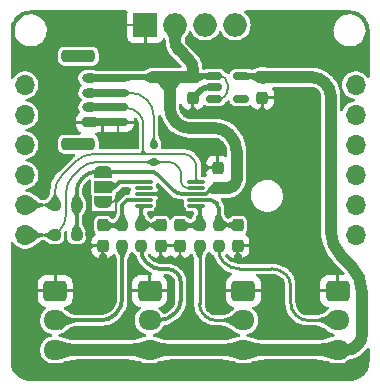
<source format=gtl>
G04 #@! TF.GenerationSoftware,KiCad,Pcbnew,7.0.1*
G04 #@! TF.CreationDate,2023-07-15T02:44:33+02:00*
G04 #@! TF.ProjectId,ADS1115_POTENTIOMETER,41445331-3131-4355-9f50-4f54454e5449,1*
G04 #@! TF.SameCoordinates,Original*
G04 #@! TF.FileFunction,Copper,L1,Top*
G04 #@! TF.FilePolarity,Positive*
%FSLAX46Y46*%
G04 Gerber Fmt 4.6, Leading zero omitted, Abs format (unit mm)*
G04 Created by KiCad (PCBNEW 7.0.1) date 2023-07-15 02:44:33*
%MOMM*%
%LPD*%
G01*
G04 APERTURE LIST*
G04 Aperture macros list*
%AMRoundRect*
0 Rectangle with rounded corners*
0 $1 Rounding radius*
0 $2 $3 $4 $5 $6 $7 $8 $9 X,Y pos of 4 corners*
0 Add a 4 corners polygon primitive as box body*
4,1,4,$2,$3,$4,$5,$6,$7,$8,$9,$2,$3,0*
0 Add four circle primitives for the rounded corners*
1,1,$1+$1,$2,$3*
1,1,$1+$1,$4,$5*
1,1,$1+$1,$6,$7*
1,1,$1+$1,$8,$9*
0 Add four rect primitives between the rounded corners*
20,1,$1+$1,$2,$3,$4,$5,0*
20,1,$1+$1,$4,$5,$6,$7,0*
20,1,$1+$1,$6,$7,$8,$9,0*
20,1,$1+$1,$8,$9,$2,$3,0*%
%AMFreePoly0*
4,1,19,0.550000,-0.750000,0.000000,-0.750000,0.000000,-0.744911,-0.071157,-0.744911,-0.207708,-0.704816,-0.327430,-0.627875,-0.420627,-0.520320,-0.479746,-0.390866,-0.500000,-0.250000,-0.500000,0.250000,-0.479746,0.390866,-0.420627,0.520320,-0.327430,0.627875,-0.207708,0.704816,-0.071157,0.744911,0.000000,0.744911,0.000000,0.750000,0.550000,0.750000,0.550000,-0.750000,0.550000,-0.750000,
$1*%
%AMFreePoly1*
4,1,19,0.000000,0.744911,0.071157,0.744911,0.207708,0.704816,0.327430,0.627875,0.420627,0.520320,0.479746,0.390866,0.500000,0.250000,0.500000,-0.250000,0.479746,-0.390866,0.420627,-0.520320,0.327430,-0.627875,0.207708,-0.704816,0.071157,-0.744911,0.000000,-0.744911,0.000000,-0.750000,-0.550000,-0.750000,-0.550000,0.750000,0.000000,0.750000,0.000000,0.744911,0.000000,0.744911,
$1*%
G04 Aperture macros list end*
G04 #@! TA.AperFunction,SMDPad,CuDef*
%ADD10RoundRect,0.237500X0.237500X-0.300000X0.237500X0.300000X-0.237500X0.300000X-0.237500X-0.300000X0*%
G04 #@! TD*
G04 #@! TA.AperFunction,SMDPad,CuDef*
%ADD11RoundRect,0.237500X-0.237500X0.250000X-0.237500X-0.250000X0.237500X-0.250000X0.237500X0.250000X0*%
G04 #@! TD*
G04 #@! TA.AperFunction,SMDPad,CuDef*
%ADD12RoundRect,0.237500X0.250000X0.237500X-0.250000X0.237500X-0.250000X-0.237500X0.250000X-0.237500X0*%
G04 #@! TD*
G04 #@! TA.AperFunction,SMDPad,CuDef*
%ADD13RoundRect,0.250000X1.150000X-0.250000X1.150000X0.250000X-1.150000X0.250000X-1.150000X-0.250000X0*%
G04 #@! TD*
G04 #@! TA.AperFunction,SMDPad,CuDef*
%ADD14RoundRect,0.150000X0.700000X-0.150000X0.700000X0.150000X-0.700000X0.150000X-0.700000X-0.150000X0*%
G04 #@! TD*
G04 #@! TA.AperFunction,ComponentPad*
%ADD15O,1.300000X0.800000*%
G04 #@! TD*
G04 #@! TA.AperFunction,ComponentPad*
%ADD16RoundRect,0.200000X0.450000X-0.200000X0.450000X0.200000X-0.450000X0.200000X-0.450000X-0.200000X0*%
G04 #@! TD*
G04 #@! TA.AperFunction,ComponentPad*
%ADD17O,2.000000X2.000000*%
G04 #@! TD*
G04 #@! TA.AperFunction,ComponentPad*
%ADD18O,1.700000X1.700000*%
G04 #@! TD*
G04 #@! TA.AperFunction,ComponentPad*
%ADD19R,2.000000X2.000000*%
G04 #@! TD*
G04 #@! TA.AperFunction,SMDPad,CuDef*
%ADD20RoundRect,0.237500X-0.237500X0.300000X-0.237500X-0.300000X0.237500X-0.300000X0.237500X0.300000X0*%
G04 #@! TD*
G04 #@! TA.AperFunction,ComponentPad*
%ADD21O,1.950000X1.700000*%
G04 #@! TD*
G04 #@! TA.AperFunction,ComponentPad*
%ADD22RoundRect,0.250000X-0.725000X0.600000X-0.725000X-0.600000X0.725000X-0.600000X0.725000X0.600000X0*%
G04 #@! TD*
G04 #@! TA.AperFunction,SMDPad,CuDef*
%ADD23FreePoly0,270.000000*%
G04 #@! TD*
G04 #@! TA.AperFunction,SMDPad,CuDef*
%ADD24R,1.500000X1.000000*%
G04 #@! TD*
G04 #@! TA.AperFunction,SMDPad,CuDef*
%ADD25FreePoly1,270.000000*%
G04 #@! TD*
G04 #@! TA.AperFunction,SMDPad,CuDef*
%ADD26RoundRect,0.075000X-0.650000X-0.075000X0.650000X-0.075000X0.650000X0.075000X-0.650000X0.075000X0*%
G04 #@! TD*
G04 #@! TA.AperFunction,SMDPad,CuDef*
%ADD27RoundRect,0.150000X-0.512500X-0.150000X0.512500X-0.150000X0.512500X0.150000X-0.512500X0.150000X0*%
G04 #@! TD*
G04 #@! TA.AperFunction,ViaPad*
%ADD28C,0.700000*%
G04 #@! TD*
G04 #@! TA.AperFunction,Conductor*
%ADD29C,0.300000*%
G04 #@! TD*
G04 #@! TA.AperFunction,Conductor*
%ADD30C,0.250000*%
G04 #@! TD*
G04 #@! TA.AperFunction,Conductor*
%ADD31C,0.200000*%
G04 #@! TD*
G04 #@! TA.AperFunction,Conductor*
%ADD32C,1.000000*%
G04 #@! TD*
G04 #@! TA.AperFunction,Conductor*
%ADD33C,0.500000*%
G04 #@! TD*
G04 APERTURE END LIST*
D10*
X106220452Y-60447865D03*
X106220452Y-62172865D03*
D11*
X106315452Y-65272865D03*
X106315452Y-67097865D03*
X104695452Y-65272865D03*
X104695452Y-67097865D03*
X99770452Y-65272865D03*
X99770452Y-67097865D03*
X98145452Y-67097865D03*
X98145452Y-65272865D03*
D12*
X92457952Y-66135365D03*
X94282952Y-66135365D03*
X94282952Y-63585365D03*
X92457952Y-63585365D03*
D13*
X94445452Y-50985365D03*
X94445452Y-58435365D03*
D14*
X97795452Y-52835365D03*
X96520452Y-52835365D03*
D15*
X95395452Y-52835365D03*
D14*
X97795452Y-54085365D03*
X96520452Y-54085365D03*
D15*
X95395452Y-54085365D03*
D14*
X97795452Y-55335365D03*
X96520452Y-55335365D03*
D15*
X95395452Y-55335365D03*
D14*
X97795452Y-56585365D03*
X96520452Y-56585365D03*
D16*
X95395452Y-56585365D03*
D17*
X107717952Y-48355365D03*
X105177952Y-48355365D03*
D18*
X117907952Y-53435365D03*
X117907952Y-55975365D03*
X117907952Y-58515365D03*
X117907952Y-61055365D03*
X117907952Y-63595365D03*
X117907952Y-66135365D03*
X89907952Y-66135365D03*
X89907952Y-63595365D03*
X89907952Y-61055365D03*
X89907952Y-58515365D03*
X89907952Y-55975365D03*
X89907952Y-53435365D03*
D17*
X102637952Y-48355365D03*
D19*
X100097952Y-48355365D03*
D20*
X101395452Y-67047865D03*
X101395452Y-65322865D03*
X96520452Y-67047865D03*
X96520452Y-65322865D03*
X103045452Y-65322865D03*
X103045452Y-67047865D03*
X107945452Y-65322865D03*
X107945452Y-67047865D03*
X110007952Y-52785365D03*
X110007952Y-54510365D03*
X104132952Y-52785365D03*
X104132952Y-54510365D03*
D21*
X116395452Y-75860365D03*
X116395452Y-73360365D03*
D22*
X116395452Y-70860365D03*
D21*
X108395452Y-75860365D03*
X108395452Y-73360365D03*
D22*
X108395452Y-70860365D03*
D21*
X100470452Y-75860365D03*
X100470452Y-73360365D03*
D22*
X100470452Y-70860365D03*
D21*
X92470452Y-75860365D03*
X92470452Y-73360365D03*
D22*
X92470452Y-70860365D03*
D23*
X96562952Y-60760365D03*
D24*
X96562952Y-62060365D03*
D25*
X96562952Y-63360365D03*
D26*
X100020452Y-61660365D03*
X100020452Y-62160365D03*
X100020452Y-62660365D03*
X100020452Y-63160365D03*
X100020452Y-63660365D03*
X104420452Y-63660365D03*
X104420452Y-63160365D03*
X104420452Y-62660365D03*
X104420452Y-62160365D03*
X104420452Y-61660365D03*
D27*
X108220452Y-52685365D03*
X108220452Y-54585365D03*
X105945452Y-54585365D03*
X105945452Y-53635365D03*
X105945452Y-52685365D03*
D28*
X90460452Y-51415365D03*
X95540452Y-48875365D03*
X110780452Y-56495365D03*
X93000452Y-48875365D03*
X90460452Y-71735365D03*
X90460452Y-74275365D03*
X90460452Y-76815365D03*
X93000452Y-53955365D03*
X110780452Y-59035365D03*
X93000452Y-56495365D03*
X95540452Y-74275365D03*
X98080452Y-48875365D03*
X98080452Y-51415365D03*
X113320452Y-48875365D03*
X98080452Y-74275365D03*
X113320452Y-61575365D03*
X103160452Y-74275365D03*
X110780452Y-48875365D03*
X113320452Y-56495365D03*
X110780452Y-71735365D03*
X110780452Y-74275365D03*
X113320452Y-53955365D03*
X113320452Y-59035365D03*
X113320452Y-64115365D03*
X95320452Y-67060365D03*
X95320452Y-66060366D03*
X95320452Y-65060365D03*
X89320452Y-68060365D03*
X91320452Y-68060364D03*
X90320451Y-68060364D03*
X93320451Y-68060364D03*
X94320452Y-68060364D03*
X95320452Y-68060364D03*
X92320452Y-68060364D03*
X114195452Y-68035365D03*
X113195451Y-68035365D03*
X115195452Y-68035365D03*
X112195452Y-68035365D03*
X111195452Y-68035365D03*
X110195451Y-68035365D03*
X109195452Y-68035366D03*
X109195452Y-67035365D03*
X109195452Y-66035366D03*
X109195452Y-65035365D03*
X107195452Y-64035365D03*
X108195452Y-64035365D03*
X103220452Y-64035365D03*
X102220452Y-64035365D03*
X101220452Y-64035365D03*
X100820452Y-58485365D03*
X100820452Y-59960365D03*
X98145452Y-62560365D03*
X101345452Y-62660365D03*
X107945452Y-68035365D03*
X103045452Y-68135365D03*
X101395452Y-68135365D03*
X96520452Y-68035365D03*
X105145452Y-60460365D03*
X110007952Y-55635365D03*
X104132952Y-55660365D03*
D29*
X106121884Y-63436799D02*
G75*
G03*
X105454515Y-63160365I-667384J-667401D01*
G01*
X106315426Y-63883637D02*
G75*
G03*
X106136361Y-63451274I-611426J37D01*
G01*
X96347714Y-73360381D02*
G75*
G03*
X97538826Y-72866989I-14J1684481D01*
G01*
X97652768Y-72753095D02*
G75*
G03*
X98145452Y-71563571I-1189568J1189495D01*
G01*
X96347714Y-73360365D02*
X92470452Y-73360365D01*
X97652745Y-72753072D02*
X97538827Y-72866990D01*
X98145452Y-67097865D02*
X98145452Y-71563571D01*
X102804124Y-69369011D02*
G75*
G03*
X101938254Y-69010365I-865824J-865789D01*
G01*
X100325058Y-68565003D02*
G75*
G03*
X101400313Y-69010365I1075242J1075303D01*
G01*
X103095445Y-70072411D02*
G75*
G03*
X102804108Y-69369027I-994745J11D01*
G01*
X101189237Y-73360394D02*
G75*
G03*
X102565530Y-72790287I-37J1946394D01*
G01*
X102691646Y-72664121D02*
G75*
G03*
X103095452Y-71689333I-974746J974821D01*
G01*
X99770462Y-67470074D02*
G75*
G03*
X100152495Y-68392408I1304338J-26D01*
G01*
D30*
X105160290Y-72975173D02*
G75*
G03*
X106090173Y-73360365I929910J929873D01*
G01*
X104695475Y-72002755D02*
G75*
G03*
X105054386Y-72869299I1225425J-45D01*
G01*
X106315425Y-67421125D02*
G75*
G03*
X106728573Y-68418486I1410475J25D01*
G01*
X112395422Y-70366139D02*
G75*
G03*
X112037786Y-69502701I-1221022J39D01*
G01*
X112877236Y-72942159D02*
G75*
G03*
X113886826Y-73360365I1009564J1009459D01*
G01*
X112395449Y-71779013D02*
G75*
G03*
X112877241Y-72942154I1644951J13D01*
G01*
X112037781Y-69502706D02*
G75*
G03*
X110788829Y-68985365I-1248981J-1248994D01*
G01*
X106783395Y-68473316D02*
G75*
G03*
X108019605Y-68985365I1236205J1236216D01*
G01*
D31*
X92809636Y-65783623D02*
G75*
G03*
X93395452Y-64369438I-1414136J1414223D01*
G01*
X93981232Y-61124573D02*
G75*
G03*
X93395452Y-62538792I1414268J-1414227D01*
G01*
X95973879Y-59960361D02*
G75*
G03*
X94559665Y-60546152I21J-2000039D01*
G01*
X95673879Y-59285361D02*
G75*
G03*
X94259666Y-59871151I21J-2000039D01*
G01*
X93043733Y-61087072D02*
G75*
G03*
X92457952Y-62501292I1414267J-1414228D01*
G01*
D29*
X95994121Y-60760383D02*
G75*
G03*
X94886774Y-61219043I-21J-1566017D01*
G01*
X94732486Y-61373269D02*
G75*
G03*
X94282952Y-62458647I1085414J-1085331D01*
G01*
X95994121Y-60760365D02*
X96562952Y-60760365D01*
X94732517Y-61373300D02*
X94886774Y-61219043D01*
X94282952Y-63585365D02*
X94282952Y-62458647D01*
X101188333Y-61053270D02*
G75*
G03*
X100481238Y-60760365I-707133J-707130D01*
G01*
X102502583Y-62367448D02*
G75*
G03*
X103209666Y-62660365I707117J707048D01*
G01*
D31*
X103324034Y-62013891D02*
G75*
G03*
X103677559Y-62160365I353566J353491D01*
G01*
X103145467Y-61628258D02*
G75*
G03*
X103291899Y-61981812I499933J-42D01*
G01*
X104063333Y-59578270D02*
G75*
G03*
X103356238Y-59285365I-707133J-707130D01*
G01*
X104420481Y-60349579D02*
G75*
G03*
X104127559Y-59642472I-999981J-21D01*
G01*
X104420452Y-60349579D02*
X104420452Y-61660365D01*
X104063345Y-59578258D02*
X104127559Y-59642472D01*
X100170452Y-59285365D02*
X103356238Y-59285365D01*
X103145481Y-61024579D02*
G75*
G03*
X102852559Y-60317472I-999981J-21D01*
G01*
X102788333Y-60253270D02*
G75*
G03*
X102081238Y-59960365I-707133J-707130D01*
G01*
X103145452Y-61024579D02*
X103145452Y-61628258D01*
X103677559Y-62160365D02*
X104420452Y-62160365D01*
X102788345Y-60253258D02*
X102852559Y-60317472D01*
X103291899Y-61981812D02*
X103324006Y-62013919D01*
X100820452Y-59960365D02*
X102081238Y-59960365D01*
X100265996Y-54705953D02*
G75*
G03*
X98767837Y-54085365I-1498196J-1498147D01*
G01*
X100820432Y-56044342D02*
G75*
G03*
X100266017Y-54705932I-1892632J42D01*
G01*
X99562790Y-55852657D02*
G75*
G03*
X98313859Y-55335365I-1248890J-1248943D01*
G01*
X99945412Y-56776549D02*
G75*
G03*
X99562767Y-55852680I-1306512J49D01*
G01*
D32*
X101320452Y-52785365D02*
X100770452Y-52785365D01*
D33*
X100770452Y-52785365D02*
X97845452Y-52785365D01*
D31*
X106841883Y-52831826D02*
G75*
G03*
X106488345Y-52685365I-353583J-353574D01*
G01*
X107070453Y-53383601D02*
G75*
G03*
X106841897Y-52831812I-780353J1D01*
G01*
X106791874Y-54438893D02*
G75*
G03*
X107070452Y-53766545I-672174J672393D01*
G01*
X106438345Y-54585407D02*
G75*
G03*
X106791899Y-54438918I-45J500007D01*
G01*
D33*
X105422166Y-53635351D02*
G75*
G03*
X104715059Y-53928258I34J-1000049D01*
G01*
D32*
X107512237Y-61993580D02*
X107659623Y-61846181D01*
X107845432Y-59124817D02*
G75*
G03*
X107216515Y-57606428I-2147332J17D01*
G01*
X107200792Y-57590699D02*
G75*
G03*
X105980797Y-57085365I-1219992J-1220001D01*
G01*
X102706548Y-56596463D02*
G75*
G03*
X103886797Y-57085365I1180252J1180163D01*
G01*
X107659617Y-61846175D02*
G75*
G03*
X107845452Y-61397523I-448717J448675D01*
G01*
X107125884Y-62172865D02*
G75*
G03*
X107479398Y-62026417I16J499865D01*
G01*
X102170445Y-55302210D02*
G75*
G03*
X102706549Y-56596462I1830355J10D01*
G01*
X118445474Y-70984680D02*
G75*
G03*
X117509019Y-68723932I-3197174J-20D01*
G01*
X115795424Y-65744849D02*
G75*
G03*
X116690307Y-67905220I3055276J49D01*
G01*
X118152573Y-75328272D02*
G75*
G03*
X118445452Y-74621151I-707073J707072D01*
G01*
X117206238Y-75860402D02*
G75*
G03*
X117913345Y-75567472I-38J1000002D01*
G01*
X115298257Y-53238174D02*
G75*
G03*
X114205087Y-52785365I-1093157J-1093126D01*
G01*
X115795418Y-54355536D02*
G75*
G03*
X115356897Y-53296810I-1497218J36D01*
G01*
X104132981Y-52042079D02*
G75*
G03*
X103840059Y-51334972I-999981J-21D01*
G01*
X102638001Y-49718651D02*
G75*
G03*
X102930845Y-50425758I999999J-49D01*
G01*
X101320452Y-52785365D02*
X102045452Y-53510365D01*
X102045452Y-53510365D02*
X102170452Y-53510365D01*
X102930845Y-50425758D02*
X103840059Y-51334972D01*
X104132952Y-52042079D02*
X104132952Y-52785365D01*
X102637952Y-48355365D02*
X102637952Y-49718651D01*
X117509019Y-68723932D02*
X116690307Y-67905220D01*
X118445452Y-74621151D02*
X118445452Y-70984680D01*
X115795452Y-65744849D02*
X115795452Y-54355536D01*
X115356897Y-53296810D02*
X115298259Y-53238172D01*
X117913345Y-75567472D02*
X118152559Y-75328258D01*
X114205087Y-52785365D02*
X110007952Y-52785365D01*
X116395452Y-75860365D02*
X117206238Y-75860365D01*
D33*
X97845452Y-52785365D02*
X97795452Y-52835365D01*
X101270452Y-52835365D02*
X102845452Y-52835365D01*
D32*
X103595452Y-52785365D02*
X101320452Y-52785365D01*
X103595452Y-52785365D02*
X104132952Y-52785365D01*
X102895452Y-52785365D02*
X103595452Y-52785365D01*
D33*
X102845452Y-52835365D02*
X102895452Y-52785365D01*
D32*
X102170452Y-53510365D02*
X102895452Y-52785365D01*
X102170452Y-55302210D02*
X102170452Y-53510365D01*
X107216515Y-57606428D02*
X107200789Y-57590702D01*
X107845452Y-61397523D02*
X107845452Y-59124817D01*
X105980797Y-57085365D02*
X103886797Y-57085365D01*
X107479399Y-62026418D02*
X107512237Y-61993580D01*
X106220452Y-62172865D02*
X107125884Y-62172865D01*
X110032952Y-52810365D02*
X110007952Y-52785365D01*
D29*
X94282952Y-66135365D02*
X94282952Y-63585365D01*
D31*
X95673879Y-59285365D02*
X99620452Y-59285365D01*
X92457952Y-63585365D02*
X92447952Y-63595365D01*
X92457952Y-63585365D02*
X92457952Y-62501292D01*
X93043739Y-61087078D02*
X94259666Y-59871151D01*
X92447952Y-63595365D02*
X89907952Y-63595365D01*
X93395452Y-62538792D02*
X93395452Y-64369438D01*
X94559665Y-60546152D02*
X93981238Y-61124579D01*
X92809665Y-65783652D02*
X92457952Y-66135365D01*
X100820452Y-59960365D02*
X95973879Y-59960365D01*
X92457952Y-66135365D02*
X89907952Y-66135365D01*
X106488345Y-52685365D02*
X105945452Y-52685365D01*
X107070452Y-53766545D02*
X107070452Y-53383601D01*
X105945452Y-54585365D02*
X106438345Y-54585365D01*
X98767837Y-54085365D02*
X97795452Y-54085365D01*
X100820452Y-58485365D02*
X100820452Y-56044342D01*
X99720452Y-59285365D02*
X99945452Y-59060365D01*
X99620452Y-59285365D02*
X99945452Y-59285365D01*
X99620452Y-59285365D02*
X99720452Y-59285365D01*
X99945452Y-58910365D02*
X99945452Y-59060365D01*
X99945452Y-59285365D02*
X100170452Y-59285365D01*
X99945452Y-58910365D02*
X99945452Y-59285365D01*
X99945452Y-59060365D02*
X100170452Y-59285365D01*
X99945452Y-56776549D02*
X99945452Y-58910365D01*
X97795452Y-55335365D02*
X98313859Y-55335365D01*
X96562952Y-63360365D02*
X97345452Y-63360365D01*
X97345452Y-63360365D02*
X98145452Y-62560365D01*
D29*
X102502559Y-62367472D02*
X101188345Y-61053258D01*
X100481238Y-60760365D02*
X96562952Y-60760365D01*
X104420452Y-62660365D02*
X103209666Y-62660365D01*
X100020452Y-62660365D02*
X101345452Y-62660365D01*
X97520452Y-62060365D02*
X97920452Y-61660365D01*
X96562952Y-62060365D02*
X97520452Y-62060365D01*
X97920452Y-61660365D02*
X100020452Y-61660365D01*
X101189237Y-73360365D02*
X100470452Y-73360365D01*
X102691671Y-72664146D02*
X102565530Y-72790287D01*
X103095452Y-70072411D02*
X103095452Y-71689333D01*
X100152495Y-68392408D02*
X100325074Y-68564987D01*
X101400313Y-69010365D02*
X101938254Y-69010365D01*
X99770452Y-67097865D02*
X99770452Y-67470074D01*
D33*
X104715059Y-53928258D02*
X104132952Y-54510365D01*
X105945452Y-53635365D02*
X105422166Y-53635365D01*
X109907952Y-52685365D02*
X110007952Y-52785365D01*
X108220452Y-52685365D02*
X109907952Y-52685365D01*
D32*
X102782952Y-48500365D02*
X102637952Y-48355365D01*
D33*
X105945452Y-52685365D02*
X104232952Y-52685365D01*
X104232952Y-52685365D02*
X104132952Y-52785365D01*
D29*
X105732952Y-62173906D02*
X105732952Y-62172865D01*
X105246493Y-62660365D02*
X105732952Y-62173906D01*
D33*
X106220452Y-62172865D02*
X105732952Y-62172865D01*
D29*
X104420452Y-62660365D02*
X105246493Y-62660365D01*
X105454515Y-63160365D02*
X104420452Y-63160365D01*
X106315452Y-65272865D02*
X106315452Y-63883637D01*
X106136361Y-63451274D02*
X106121885Y-63436798D01*
X104695452Y-65272865D02*
X104695452Y-63935365D01*
X104695452Y-63935365D02*
X104420452Y-63660365D01*
X98595452Y-63160365D02*
X100020452Y-63160365D01*
X98145452Y-63610365D02*
X98595452Y-63160365D01*
X98145452Y-65272865D02*
X98145452Y-63610365D01*
X99770452Y-63910365D02*
X100020452Y-63660365D01*
X99770452Y-65272865D02*
X99770452Y-63910365D01*
X107895452Y-65272865D02*
X107945452Y-65322865D01*
X106315452Y-65272865D02*
X107895452Y-65272865D01*
X104645452Y-65322865D02*
X104695452Y-65272865D01*
X103045452Y-65322865D02*
X104645452Y-65322865D01*
X101345452Y-65272865D02*
X101395452Y-65322865D01*
X99770452Y-65272865D02*
X101345452Y-65272865D01*
X96520452Y-65322865D02*
X98095452Y-65322865D01*
X98095452Y-65322865D02*
X98145452Y-65272865D01*
D32*
X108395452Y-75860365D02*
X116395452Y-75860365D01*
X100470452Y-75860365D02*
X108395452Y-75860365D01*
X92470452Y-75860365D02*
X100470452Y-75860365D01*
D30*
X106090173Y-73360365D02*
X108395452Y-73360365D01*
X105054386Y-72869299D02*
X105160275Y-72975188D01*
X104695452Y-67097865D02*
X104695452Y-72002755D01*
X113886826Y-73360365D02*
X116395452Y-73360365D01*
X112395452Y-70366139D02*
X112395452Y-71779013D01*
X108019605Y-68985365D02*
X110788829Y-68985365D01*
X106728573Y-68418486D02*
X106783399Y-68473312D01*
X106315452Y-67097865D02*
X106315452Y-67421125D01*
G04 #@! TA.AperFunction,Conductor*
G36*
X105596628Y-61998063D02*
G01*
X105720410Y-62080862D01*
X105850420Y-62167827D01*
X105855013Y-62173846D01*
X105854958Y-62181417D01*
X105773194Y-62415030D01*
X105768921Y-62420707D01*
X105762151Y-62422865D01*
X105732948Y-62422865D01*
X105698334Y-62424978D01*
X105671144Y-62431109D01*
X105649806Y-62440940D01*
X105632751Y-62454151D01*
X105618407Y-62470427D01*
X105605200Y-62489451D01*
X105591620Y-62510808D01*
X105591494Y-62511001D01*
X105576113Y-62534168D01*
X105575690Y-62534765D01*
X105557001Y-62559419D01*
X105556339Y-62560217D01*
X105532488Y-62586482D01*
X105532099Y-62586889D01*
X105433488Y-62685500D01*
X105425990Y-62688901D01*
X105418108Y-62686521D01*
X105307277Y-62601767D01*
X105305090Y-62599580D01*
X105220336Y-62488749D01*
X105217956Y-62480867D01*
X105221356Y-62473370D01*
X105243143Y-62451583D01*
X105244893Y-62450147D01*
X105269076Y-62433989D01*
X105285234Y-62409806D01*
X105286670Y-62408056D01*
X105320180Y-62374547D01*
X105360848Y-62329889D01*
X105390137Y-62289773D01*
X105410892Y-62253062D01*
X105425957Y-62218622D01*
X105438178Y-62185317D01*
X105450290Y-62152305D01*
X105450525Y-62151721D01*
X105465225Y-62118116D01*
X105465756Y-62117054D01*
X105485892Y-62081438D01*
X105486612Y-62080321D01*
X105515143Y-62041244D01*
X105515919Y-62040292D01*
X105552695Y-61999910D01*
X105556616Y-61997087D01*
X105561345Y-61996089D01*
X105590124Y-61996089D01*
X105596628Y-61998063D01*
G37*
G04 #@! TD.AperFunction*
G04 #@! TA.AperFunction,Conductor*
G36*
X95440367Y-61431655D02*
G01*
X95492887Y-61477411D01*
X95512452Y-61544264D01*
X95512452Y-62605232D01*
X95515366Y-62630353D01*
X95515366Y-62630355D01*
X95515367Y-62630356D01*
X95559515Y-62730342D01*
X95560747Y-62733132D01*
X95590452Y-62762837D01*
X95590452Y-64075365D01*
X97510452Y-64075365D01*
X97510452Y-62787836D01*
X97565158Y-62733130D01*
X97610537Y-62630356D01*
X97613452Y-62605230D01*
X97613451Y-62595482D01*
X97631240Y-62531485D01*
X97679505Y-62485852D01*
X97721497Y-62463658D01*
X97725588Y-62461592D01*
X97777094Y-62436790D01*
X97777096Y-62436787D01*
X97782530Y-62434171D01*
X97786723Y-62431196D01*
X97790985Y-62426933D01*
X97790990Y-62426931D01*
X97831454Y-62386465D01*
X97834712Y-62383327D01*
X97876646Y-62344420D01*
X97876647Y-62344418D01*
X97881065Y-62340319D01*
X97892485Y-62325434D01*
X98027956Y-62189963D01*
X98028360Y-62189620D01*
X98035156Y-62182815D01*
X98035161Y-62182812D01*
X98040269Y-62177698D01*
X98040272Y-62177692D01*
X98047262Y-62170695D01*
X98047473Y-62170447D01*
X98070739Y-62147182D01*
X98110966Y-62120303D01*
X98158418Y-62110865D01*
X98759041Y-62110865D01*
X98817494Y-62125507D01*
X98862143Y-62165974D01*
X98882444Y-62222710D01*
X98873602Y-62282317D01*
X98810252Y-62435259D01*
X98794957Y-62551434D01*
X98796206Y-62553771D01*
X98798048Y-62610056D01*
X98774807Y-62661351D01*
X98731275Y-62697077D01*
X98676431Y-62709865D01*
X98627714Y-62709865D01*
X98613830Y-62709085D01*
X98578415Y-62705094D01*
X98522263Y-62715719D01*
X98517693Y-62716496D01*
X98455210Y-62725914D01*
X98450303Y-62727528D01*
X98394437Y-62757055D01*
X98390299Y-62759144D01*
X98333388Y-62786551D01*
X98329164Y-62789548D01*
X98284511Y-62834201D01*
X98281174Y-62837416D01*
X98234844Y-62880404D01*
X98223419Y-62895293D01*
X97849716Y-63268996D01*
X97839350Y-63278260D01*
X97811483Y-63300483D01*
X97779276Y-63347721D01*
X97776596Y-63351497D01*
X97739085Y-63402324D01*
X97736753Y-63406943D01*
X97718126Y-63467331D01*
X97716677Y-63471734D01*
X97695821Y-63531338D01*
X97694952Y-63536455D01*
X97694952Y-63599627D01*
X97694865Y-63604264D01*
X97692502Y-63667394D01*
X97694952Y-63686000D01*
X97694952Y-64219013D01*
X97687024Y-64262638D01*
X97674400Y-64296227D01*
X97651410Y-64357392D01*
X97649385Y-64362439D01*
X97596363Y-64486670D01*
X97593502Y-64492892D01*
X97544134Y-64592879D01*
X97539950Y-64600645D01*
X97503167Y-64663455D01*
X97470794Y-64699820D01*
X97447314Y-64717515D01*
X97417262Y-64740163D01*
X97409860Y-64745741D01*
X97361573Y-64767883D01*
X97308451Y-64767787D01*
X97260247Y-64745472D01*
X97229453Y-64722091D01*
X97228434Y-64721317D01*
X97218825Y-64713222D01*
X97194735Y-64690744D01*
X97156545Y-64655109D01*
X97142343Y-64639379D01*
X97141954Y-64638867D01*
X97141952Y-64638866D01*
X97141952Y-64638865D01*
X97024110Y-64549503D01*
X97024108Y-64549502D01*
X96886529Y-64495247D01*
X96800074Y-64484865D01*
X96800070Y-64484865D01*
X96240834Y-64484865D01*
X96240830Y-64484865D01*
X96154374Y-64495247D01*
X96016794Y-64549502D01*
X95898951Y-64638864D01*
X95809589Y-64756707D01*
X95755334Y-64894287D01*
X95744952Y-64980743D01*
X95744952Y-65664987D01*
X95755334Y-65751442D01*
X95809589Y-65889022D01*
X95873982Y-65973938D01*
X95898640Y-66037326D01*
X95886153Y-66104185D01*
X95840278Y-66154400D01*
X95822412Y-66165420D01*
X95700508Y-66287324D01*
X95609998Y-66434063D01*
X95555770Y-66597713D01*
X95545452Y-66698718D01*
X95545452Y-66922865D01*
X96521452Y-66922865D01*
X96583452Y-66939478D01*
X96628839Y-66984865D01*
X96645452Y-67046865D01*
X96645452Y-68085364D01*
X96807099Y-68085364D01*
X96908102Y-68075046D01*
X97071753Y-68020818D01*
X97218492Y-67930308D01*
X97340394Y-67808406D01*
X97344357Y-67801982D01*
X97392026Y-67757408D01*
X97455725Y-67743212D01*
X97517810Y-67763325D01*
X97561084Y-67812177D01*
X97584370Y-67859340D01*
X97593502Y-67877834D01*
X97596363Y-67884057D01*
X97649391Y-68008302D01*
X97651413Y-68013343D01*
X97681844Y-68094308D01*
X97687024Y-68108088D01*
X97694952Y-68151715D01*
X97694952Y-71489001D01*
X97694951Y-71489009D01*
X97694951Y-71558707D01*
X97694569Y-71568433D01*
X97680556Y-71746537D01*
X97677512Y-71765756D01*
X97636952Y-71934715D01*
X97630940Y-71953220D01*
X97564447Y-72113759D01*
X97555614Y-72131096D01*
X97464826Y-72279258D01*
X97453389Y-72295000D01*
X97337641Y-72430530D01*
X97331031Y-72437681D01*
X97262210Y-72506503D01*
X97262207Y-72506506D01*
X97223715Y-72544997D01*
X97216568Y-72551604D01*
X97080448Y-72667864D01*
X97064707Y-72679301D01*
X96916257Y-72770275D01*
X96898919Y-72779110D01*
X96738044Y-72845748D01*
X96719539Y-72851760D01*
X96550243Y-72892407D01*
X96531024Y-72895452D01*
X96352766Y-72909483D01*
X96343036Y-72909865D01*
X94360808Y-72909865D01*
X94341621Y-72908372D01*
X94332832Y-72906995D01*
X94332831Y-72906995D01*
X94239684Y-72892407D01*
X94098517Y-72870298D01*
X94081055Y-72866251D01*
X93863157Y-72798839D01*
X93847788Y-72792941D01*
X93621882Y-72688544D01*
X93608950Y-72681611D01*
X93452162Y-72585204D01*
X93425477Y-72563116D01*
X93373859Y-72506493D01*
X93318456Y-72464654D01*
X93265051Y-72424324D01*
X93227876Y-72378791D01*
X93215847Y-72321254D01*
X93231668Y-72264641D01*
X93271784Y-72221676D01*
X93327179Y-72202013D01*
X93348147Y-72199871D01*
X93514574Y-72144722D01*
X93663797Y-72052681D01*
X93787768Y-71928710D01*
X93879809Y-71779487D01*
X93934958Y-71613061D01*
X93945452Y-71510344D01*
X93945452Y-70985365D01*
X90995453Y-70985365D01*
X90995453Y-71510344D01*
X91005945Y-71613060D01*
X91061094Y-71779487D01*
X91153135Y-71928710D01*
X91277106Y-72052681D01*
X91426329Y-72144722D01*
X91592755Y-72199871D01*
X91613724Y-72202013D01*
X91669119Y-72221676D01*
X91709235Y-72264642D01*
X91725056Y-72321254D01*
X91713027Y-72378792D01*
X91675851Y-72424325D01*
X91567046Y-72506491D01*
X91423399Y-72664063D01*
X91311153Y-72845347D01*
X91256299Y-72986944D01*
X91234131Y-73044167D01*
X91194952Y-73253755D01*
X91194952Y-73466975D01*
X91219501Y-73598299D01*
X91234131Y-73676563D01*
X91302024Y-73851818D01*
X91311154Y-73875384D01*
X91328491Y-73903384D01*
X91423399Y-74056666D01*
X91567046Y-74214238D01*
X91737199Y-74342733D01*
X91927279Y-74437379D01*
X91928063Y-74437770D01*
X92013669Y-74462127D01*
X92115490Y-74491099D01*
X92170043Y-74523498D01*
X92201428Y-74578641D01*
X92201428Y-74642089D01*
X92170043Y-74697232D01*
X92115490Y-74729631D01*
X91928061Y-74782960D01*
X91737199Y-74877996D01*
X91567046Y-75006491D01*
X91423399Y-75164063D01*
X91311153Y-75345347D01*
X91282545Y-75419194D01*
X91234131Y-75544167D01*
X91198406Y-75735281D01*
X91194952Y-75753757D01*
X91194952Y-75966973D01*
X91234131Y-76176563D01*
X91311153Y-76375382D01*
X91423399Y-76556666D01*
X91567046Y-76714238D01*
X91737199Y-76842733D01*
X91919018Y-76933266D01*
X91928063Y-76937770D01*
X92051584Y-76972915D01*
X92133141Y-76996121D01*
X92292257Y-77010865D01*
X92292258Y-77010865D01*
X92648646Y-77010865D01*
X92648647Y-77010865D01*
X92807762Y-76996121D01*
X92807762Y-76996120D01*
X93012841Y-76937770D01*
X93012843Y-76937768D01*
X93013985Y-76937444D01*
X93023760Y-76933266D01*
X93033509Y-76929753D01*
X93033511Y-76929753D01*
X93285259Y-76839047D01*
X93293394Y-76836431D01*
X93539202Y-76766643D01*
X93547815Y-76764530D01*
X93792029Y-76713848D01*
X93801084Y-76712317D01*
X94044113Y-76680443D01*
X94053455Y-76679577D01*
X94053492Y-76679575D01*
X94301100Y-76666013D01*
X94326113Y-76662247D01*
X94344575Y-76660865D01*
X98596329Y-76660865D01*
X98614791Y-76662247D01*
X98620436Y-76663096D01*
X98639803Y-76666013D01*
X98887459Y-76679577D01*
X98896757Y-76680439D01*
X99139810Y-76712316D01*
X99148874Y-76713849D01*
X99393075Y-76764528D01*
X99401700Y-76766644D01*
X99647498Y-76836428D01*
X99655649Y-76839050D01*
X99838691Y-76905000D01*
X99917142Y-76933266D01*
X99926919Y-76937445D01*
X100133141Y-76996121D01*
X100292257Y-77010865D01*
X100292258Y-77010865D01*
X100648646Y-77010865D01*
X100648647Y-77010865D01*
X100807762Y-76996121D01*
X100807762Y-76996120D01*
X101012841Y-76937770D01*
X101012843Y-76937768D01*
X101013985Y-76937444D01*
X101023760Y-76933266D01*
X101033509Y-76929753D01*
X101033511Y-76929753D01*
X101285259Y-76839047D01*
X101293394Y-76836431D01*
X101539202Y-76766643D01*
X101547815Y-76764530D01*
X101792029Y-76713848D01*
X101801084Y-76712317D01*
X102044113Y-76680443D01*
X102053455Y-76679577D01*
X102053492Y-76679575D01*
X102301100Y-76666013D01*
X102326113Y-76662247D01*
X102344575Y-76660865D01*
X106521329Y-76660865D01*
X106539791Y-76662247D01*
X106545436Y-76663096D01*
X106564803Y-76666013D01*
X106812459Y-76679577D01*
X106821757Y-76680439D01*
X107064810Y-76712316D01*
X107073874Y-76713849D01*
X107318075Y-76764528D01*
X107326700Y-76766644D01*
X107572498Y-76836428D01*
X107580649Y-76839050D01*
X107763691Y-76905000D01*
X107842142Y-76933266D01*
X107851919Y-76937445D01*
X108058141Y-76996121D01*
X108217257Y-77010865D01*
X108217258Y-77010865D01*
X108573646Y-77010865D01*
X108573647Y-77010865D01*
X108732762Y-76996121D01*
X108732762Y-76996120D01*
X108937841Y-76937770D01*
X108937843Y-76937768D01*
X108938985Y-76937444D01*
X108948760Y-76933266D01*
X108958509Y-76929753D01*
X108958511Y-76929753D01*
X109210259Y-76839047D01*
X109218394Y-76836431D01*
X109464202Y-76766643D01*
X109472815Y-76764530D01*
X109717029Y-76713848D01*
X109726084Y-76712317D01*
X109969113Y-76680443D01*
X109978455Y-76679577D01*
X109978492Y-76679575D01*
X110226100Y-76666013D01*
X110251113Y-76662247D01*
X110269575Y-76660865D01*
X114521329Y-76660865D01*
X114539791Y-76662247D01*
X114545436Y-76663096D01*
X114564803Y-76666013D01*
X114812459Y-76679577D01*
X114821757Y-76680439D01*
X115064810Y-76712316D01*
X115073874Y-76713849D01*
X115318075Y-76764528D01*
X115326700Y-76766644D01*
X115572498Y-76836428D01*
X115580649Y-76839050D01*
X115763691Y-76905000D01*
X115842142Y-76933266D01*
X115851919Y-76937445D01*
X116058141Y-76996121D01*
X116217257Y-77010865D01*
X116217258Y-77010865D01*
X116573646Y-77010865D01*
X116573647Y-77010865D01*
X116732762Y-76996121D01*
X116732762Y-76996120D01*
X116937841Y-76937770D01*
X117032882Y-76890445D01*
X117128704Y-76842733D01*
X117137056Y-76836426D01*
X117298859Y-76714237D01*
X117320125Y-76690908D01*
X117354360Y-76664532D01*
X117395565Y-76651508D01*
X117558287Y-76630080D01*
X117786269Y-76568982D01*
X118004325Y-76478649D01*
X118208724Y-76360626D01*
X118395969Y-76216933D01*
X118469745Y-76143149D01*
X118680038Y-75932856D01*
X118683134Y-75929759D01*
X118683227Y-75929697D01*
X118718612Y-75894310D01*
X118718613Y-75894311D01*
X118802061Y-75810861D01*
X118872576Y-75718962D01*
X118920516Y-75681170D01*
X118980681Y-75670831D01*
X119038487Y-75690454D01*
X119079925Y-75735281D01*
X119094952Y-75794449D01*
X119094952Y-76742652D01*
X119094951Y-76742658D01*
X119094951Y-76805946D01*
X119094635Y-76814790D01*
X119078289Y-77043383D01*
X119075772Y-77060895D01*
X119028001Y-77280510D01*
X119023016Y-77297487D01*
X118944479Y-77508056D01*
X118937130Y-77524149D01*
X118829420Y-77721409D01*
X118819854Y-77736293D01*
X118685174Y-77916205D01*
X118673588Y-77929577D01*
X118514670Y-78088494D01*
X118501298Y-78100080D01*
X118321381Y-78234761D01*
X118306498Y-78244326D01*
X118109238Y-78352036D01*
X118093144Y-78359385D01*
X117882578Y-78437919D01*
X117865602Y-78442904D01*
X117645985Y-78490674D01*
X117628472Y-78493191D01*
X117399692Y-78509548D01*
X117390849Y-78509864D01*
X117327747Y-78509864D01*
X117327741Y-78509865D01*
X90399891Y-78509865D01*
X90391042Y-78509549D01*
X90162449Y-78493194D01*
X90144938Y-78490676D01*
X90107825Y-78482601D01*
X89925331Y-78442898D01*
X89908356Y-78437913D01*
X89697790Y-78359371D01*
X89681703Y-78352024D01*
X89484452Y-78244311D01*
X89469570Y-78234746D01*
X89289657Y-78100060D01*
X89276295Y-78088482D01*
X89117367Y-77929547D01*
X89105798Y-77916195D01*
X88971112Y-77736267D01*
X88961550Y-77721387D01*
X88853844Y-77524129D01*
X88846502Y-77508051D01*
X88767962Y-77297467D01*
X88762983Y-77280509D01*
X88715213Y-77060890D01*
X88712696Y-77043379D01*
X88705984Y-76949512D01*
X88696267Y-76813624D01*
X88695952Y-76804787D01*
X88695952Y-76789378D01*
X88695953Y-76762776D01*
X88695952Y-76762773D01*
X88695952Y-70735365D01*
X90995452Y-70735365D01*
X92345452Y-70735365D01*
X92345452Y-69510366D01*
X91695473Y-69510366D01*
X91592756Y-69520858D01*
X91426329Y-69576007D01*
X91277106Y-69668048D01*
X91153135Y-69792019D01*
X91061094Y-69941242D01*
X91005945Y-70107668D01*
X90995452Y-70210386D01*
X90995452Y-70735365D01*
X88695952Y-70735365D01*
X88695952Y-69510365D01*
X92595452Y-69510365D01*
X92595452Y-70735365D01*
X93945451Y-70735365D01*
X93945451Y-70210386D01*
X93934958Y-70107669D01*
X93879809Y-69941242D01*
X93787768Y-69792019D01*
X93663797Y-69668048D01*
X93514574Y-69576007D01*
X93348148Y-69520858D01*
X93245431Y-69510365D01*
X92595452Y-69510365D01*
X88695952Y-69510365D01*
X88695952Y-66809501D01*
X88711070Y-66750166D01*
X88752737Y-66705298D01*
X88810794Y-66685840D01*
X88871084Y-66696534D01*
X88918906Y-66734774D01*
X88925585Y-66743619D01*
X88925586Y-66743620D01*
X88935588Y-66756865D01*
X89051884Y-66910865D01*
X89054080Y-66913772D01*
X89211650Y-67057417D01*
X89392933Y-67169663D01*
X89591754Y-67246686D01*
X89801342Y-67285865D01*
X90014560Y-67285865D01*
X90014562Y-67285865D01*
X90224150Y-67246686D01*
X90337781Y-67202664D01*
X90339434Y-67202038D01*
X90390568Y-67183085D01*
X90402392Y-67177635D01*
X90414705Y-67172865D01*
X95545453Y-67172865D01*
X95545453Y-67397012D01*
X95555770Y-67498015D01*
X95609998Y-67661666D01*
X95700508Y-67808405D01*
X95822411Y-67930308D01*
X95969150Y-68020818D01*
X96132800Y-68075046D01*
X96233805Y-68085365D01*
X96395452Y-68085365D01*
X96395452Y-67172865D01*
X95545453Y-67172865D01*
X90414705Y-67172865D01*
X90422971Y-67169663D01*
X90472238Y-67139157D01*
X90478653Y-67135446D01*
X90718905Y-67005986D01*
X90743251Y-66991367D01*
X90745060Y-66990163D01*
X90767934Y-66973355D01*
X90994546Y-66790034D01*
X90997078Y-66787963D01*
X91149434Y-66661988D01*
X91175705Y-66645330D01*
X91304706Y-66584706D01*
X91343096Y-66573766D01*
X91489271Y-66556746D01*
X91549781Y-66564830D01*
X91602460Y-66585966D01*
X91618019Y-66593509D01*
X91693849Y-66637049D01*
X91706308Y-66645238D01*
X91768419Y-66691644D01*
X91793005Y-66716055D01*
X91823952Y-66756865D01*
X91941794Y-66846227D01*
X92010584Y-66873354D01*
X92079374Y-66900482D01*
X92165830Y-66910865D01*
X92165834Y-66910865D01*
X92750070Y-66910865D01*
X92750074Y-66910865D01*
X92836529Y-66900482D01*
X92836529Y-66900481D01*
X92974110Y-66846227D01*
X93091952Y-66756865D01*
X93181314Y-66639023D01*
X93235569Y-66501442D01*
X93242085Y-66447185D01*
X93245952Y-66414987D01*
X93245952Y-65942422D01*
X93252910Y-65901468D01*
X93273004Y-65865111D01*
X93274004Y-65863857D01*
X93322215Y-65827147D01*
X93382066Y-65817667D01*
X93439263Y-65837680D01*
X93480146Y-65882408D01*
X93494952Y-65941168D01*
X93494952Y-66414987D01*
X93505334Y-66501442D01*
X93559589Y-66639022D01*
X93648951Y-66756865D01*
X93766794Y-66846227D01*
X93904374Y-66900482D01*
X93990830Y-66910865D01*
X93990834Y-66910865D01*
X94575070Y-66910865D01*
X94575074Y-66910865D01*
X94661529Y-66900482D01*
X94661529Y-66900481D01*
X94799110Y-66846227D01*
X94916952Y-66756865D01*
X95006314Y-66639023D01*
X95060569Y-66501442D01*
X95067085Y-66447185D01*
X95070952Y-66414987D01*
X95070952Y-65855743D01*
X95060569Y-65769289D01*
X95060569Y-65769288D01*
X95037839Y-65711651D01*
X95032818Y-65695919D01*
X95031588Y-65690941D01*
X95029323Y-65685200D01*
X95026849Y-65680769D01*
X95019765Y-65665818D01*
X95006314Y-65631707D01*
X95006313Y-65631706D01*
X95006313Y-65631705D01*
X94945708Y-65551785D01*
X94934318Y-65536766D01*
X94927247Y-65526386D01*
X94893586Y-65471155D01*
X94889185Y-65463305D01*
X94838011Y-65363716D01*
X94834978Y-65357380D01*
X94779956Y-65233508D01*
X94777800Y-65228341D01*
X94741972Y-65136744D01*
X94733452Y-65091574D01*
X94733452Y-64629157D01*
X94741970Y-64583990D01*
X94777826Y-64492322D01*
X94779956Y-64487219D01*
X94834979Y-64363344D01*
X94838008Y-64357015D01*
X94842145Y-64348964D01*
X94889193Y-64257406D01*
X94893578Y-64249583D01*
X94927237Y-64194353D01*
X94934305Y-64183979D01*
X95006314Y-64089023D01*
X95019771Y-64054896D01*
X95026852Y-64039952D01*
X95029323Y-64035528D01*
X95031588Y-64029787D01*
X95032818Y-64024806D01*
X95037835Y-64009089D01*
X95060569Y-63951442D01*
X95060569Y-63951441D01*
X95060570Y-63951439D01*
X95070952Y-63864987D01*
X95070952Y-63305743D01*
X95060569Y-63219289D01*
X95059244Y-63215929D01*
X95037839Y-63161651D01*
X95032818Y-63145919D01*
X95031588Y-63140941D01*
X95029323Y-63135200D01*
X95026849Y-63130769D01*
X95019765Y-63115818D01*
X95006314Y-63081707D01*
X95006313Y-63081706D01*
X95006313Y-63081705D01*
X94953291Y-63011785D01*
X94934318Y-62986766D01*
X94927247Y-62976386D01*
X94893586Y-62921155D01*
X94889185Y-62913305D01*
X94838011Y-62813716D01*
X94834978Y-62807380D01*
X94779956Y-62683508D01*
X94777800Y-62678341D01*
X94741972Y-62586744D01*
X94733452Y-62541574D01*
X94733452Y-62517947D01*
X94733453Y-62517943D01*
X94733452Y-62463500D01*
X94733834Y-62453776D01*
X94739255Y-62384868D01*
X94746033Y-62298710D01*
X94749073Y-62279509D01*
X94784240Y-62133004D01*
X94790247Y-62114515D01*
X94847901Y-61975311D01*
X94856725Y-61957991D01*
X94935449Y-61829517D01*
X94946870Y-61813797D01*
X95047533Y-61695925D01*
X95054122Y-61688797D01*
X95201888Y-61541031D01*
X95209027Y-61534433D01*
X95307923Y-61449972D01*
X95371465Y-61421433D01*
X95440367Y-61431655D01*
G37*
G04 #@! TD.AperFunction*
G04 #@! TA.AperFunction,Conductor*
G36*
X105560613Y-67577452D02*
G01*
X105604256Y-67613582D01*
X105693951Y-67731865D01*
X105811792Y-67821226D01*
X105811793Y-67821226D01*
X105811794Y-67821227D01*
X105888504Y-67851478D01*
X105935538Y-67884277D01*
X105962787Y-67934733D01*
X105982499Y-68008290D01*
X105983643Y-68012560D01*
X106075751Y-68234914D01*
X106196095Y-68443342D01*
X106198996Y-68447122D01*
X106342616Y-68634282D01*
X106417362Y-68709024D01*
X106417365Y-68709026D01*
X106430581Y-68722242D01*
X106430583Y-68722245D01*
X106439266Y-68730927D01*
X106439267Y-68730929D01*
X106449795Y-68741457D01*
X106449811Y-68741479D01*
X106482523Y-68774190D01*
X106482523Y-68774191D01*
X106568844Y-68860511D01*
X106759730Y-69012736D01*
X106966459Y-69142632D01*
X106966462Y-69142633D01*
X106966463Y-69142634D01*
X107186427Y-69248562D01*
X107186433Y-69248564D01*
X107403646Y-69324570D01*
X107454495Y-69358256D01*
X107483131Y-69412112D01*
X107482625Y-69473105D01*
X107453098Y-69526478D01*
X107401697Y-69559316D01*
X107351331Y-69576006D01*
X107202106Y-69668048D01*
X107078135Y-69792019D01*
X106986094Y-69941242D01*
X106930945Y-70107668D01*
X106920452Y-70210386D01*
X106920452Y-70735365D01*
X109870451Y-70735365D01*
X109870451Y-70210386D01*
X109859958Y-70107669D01*
X109804809Y-69941242D01*
X109712768Y-69792019D01*
X109588797Y-69668048D01*
X109543978Y-69640404D01*
X109500274Y-69594350D01*
X109485093Y-69532702D01*
X109502415Y-69471620D01*
X109547700Y-69427119D01*
X109609074Y-69410865D01*
X110784768Y-69410865D01*
X110792879Y-69411130D01*
X110955720Y-69421806D01*
X110971799Y-69423923D01*
X111127873Y-69454970D01*
X111143539Y-69459168D01*
X111294227Y-69510321D01*
X111309211Y-69516527D01*
X111380571Y-69551718D01*
X111451930Y-69586909D01*
X111465978Y-69595019D01*
X111598293Y-69683430D01*
X111611154Y-69693298D01*
X111687903Y-69760605D01*
X111730226Y-69797721D01*
X111742757Y-69810417D01*
X111811652Y-69891082D01*
X111823090Y-69906825D01*
X111878118Y-69996624D01*
X111886952Y-70013962D01*
X111927256Y-70111269D01*
X111933268Y-70129774D01*
X111957852Y-70232178D01*
X111960896Y-70251400D01*
X111969569Y-70361654D01*
X111969951Y-70371381D01*
X111969949Y-70444657D01*
X111969952Y-70444678D01*
X111969952Y-71697715D01*
X111969951Y-71697721D01*
X111969951Y-71727651D01*
X111969949Y-71727664D01*
X111969949Y-71895290D01*
X111995987Y-72126367D01*
X111995988Y-72126372D01*
X112017741Y-72221676D01*
X112047737Y-72353091D01*
X112124541Y-72572581D01*
X112225437Y-72782095D01*
X112349162Y-72979000D01*
X112494147Y-73160807D01*
X112540026Y-73206686D01*
X112540042Y-73206710D01*
X112576345Y-73243017D01*
X112576346Y-73243017D01*
X112662237Y-73328916D01*
X112718209Y-73371868D01*
X112854976Y-73476822D01*
X112977243Y-73547417D01*
X113065370Y-73598300D01*
X113289822Y-73691276D01*
X113524491Y-73754157D01*
X113765360Y-73785866D01*
X113886834Y-73785865D01*
X114504984Y-73785865D01*
X114525038Y-73787497D01*
X114530850Y-73788449D01*
X114530852Y-73788450D01*
X114764318Y-73826710D01*
X114782275Y-73831049D01*
X114846754Y-73851818D01*
X114998796Y-73900791D01*
X115014466Y-73907044D01*
X115239658Y-74015207D01*
X115252705Y-74022471D01*
X115393258Y-74112219D01*
X115418160Y-74133191D01*
X115492043Y-74214235D01*
X115492045Y-74214237D01*
X115492048Y-74214239D01*
X115662199Y-74342733D01*
X115852279Y-74437379D01*
X115853063Y-74437770D01*
X115938669Y-74462127D01*
X116040490Y-74491099D01*
X116095043Y-74523498D01*
X116126428Y-74578641D01*
X116126428Y-74642089D01*
X116095043Y-74697232D01*
X116040490Y-74729631D01*
X115851916Y-74783286D01*
X115842151Y-74787459D01*
X115580651Y-74881674D01*
X115572487Y-74884300D01*
X115326728Y-74954075D01*
X115318057Y-74956203D01*
X115073876Y-75006877D01*
X115064805Y-75008411D01*
X114821790Y-75040283D01*
X114812447Y-75041150D01*
X114564807Y-75054715D01*
X114539797Y-75058482D01*
X114521329Y-75059865D01*
X110269580Y-75059865D01*
X110251117Y-75058483D01*
X110226094Y-75054715D01*
X109978454Y-75041150D01*
X109969111Y-75040283D01*
X109726096Y-75008411D01*
X109717024Y-75006877D01*
X109472852Y-74956204D01*
X109464182Y-74954077D01*
X109218395Y-74884295D01*
X109210231Y-74881668D01*
X109106991Y-74844472D01*
X109106990Y-74844472D01*
X109080929Y-74835082D01*
X108958508Y-74790975D01*
X108948758Y-74787462D01*
X108938983Y-74783285D01*
X108750413Y-74729631D01*
X108695860Y-74697232D01*
X108664475Y-74642089D01*
X108664475Y-74578641D01*
X108695860Y-74523498D01*
X108750413Y-74491099D01*
X108795710Y-74478210D01*
X108937841Y-74437770D01*
X109032882Y-74390445D01*
X109128704Y-74342733D01*
X109298856Y-74214239D01*
X109298859Y-74214237D01*
X109442504Y-74056667D01*
X109554750Y-73875384D01*
X109631773Y-73676563D01*
X109670952Y-73466975D01*
X109670952Y-73253755D01*
X109631773Y-73044167D01*
X109554750Y-72845346D01*
X109442504Y-72664063D01*
X109298859Y-72506493D01*
X109298858Y-72506492D01*
X109298857Y-72506491D01*
X109190052Y-72424325D01*
X109152876Y-72378792D01*
X109140847Y-72321254D01*
X109156668Y-72264642D01*
X109196784Y-72221676D01*
X109252179Y-72202013D01*
X109273147Y-72199871D01*
X109439574Y-72144722D01*
X109588797Y-72052681D01*
X109712768Y-71928710D01*
X109804809Y-71779487D01*
X109859958Y-71613061D01*
X109870452Y-71510344D01*
X109870452Y-70985365D01*
X106920453Y-70985365D01*
X106920453Y-71510344D01*
X106930945Y-71613060D01*
X106986094Y-71779487D01*
X107078135Y-71928710D01*
X107202106Y-72052681D01*
X107351329Y-72144722D01*
X107517755Y-72199871D01*
X107538724Y-72202013D01*
X107594119Y-72221676D01*
X107634235Y-72264642D01*
X107650056Y-72321254D01*
X107638027Y-72378792D01*
X107600851Y-72424325D01*
X107492045Y-72506492D01*
X107418163Y-72587535D01*
X107393261Y-72608506D01*
X107252705Y-72698256D01*
X107239658Y-72705520D01*
X107014468Y-72813682D01*
X106998798Y-72819935D01*
X106782275Y-72889678D01*
X106764313Y-72894017D01*
X106525037Y-72933232D01*
X106504982Y-72934865D01*
X106095062Y-72934865D01*
X106085330Y-72934483D01*
X105960747Y-72924675D01*
X105941530Y-72921630D01*
X105824782Y-72893599D01*
X105806275Y-72887586D01*
X105801992Y-72885812D01*
X105754771Y-72866251D01*
X105695345Y-72841634D01*
X105678010Y-72832800D01*
X105575636Y-72770063D01*
X105559894Y-72758626D01*
X105464667Y-72677292D01*
X105457531Y-72670696D01*
X105417897Y-72631060D01*
X105417895Y-72631059D01*
X105407105Y-72620268D01*
X105407096Y-72620261D01*
X105358719Y-72571884D01*
X105352109Y-72564734D01*
X105280079Y-72480397D01*
X105268641Y-72464654D01*
X105213251Y-72374262D01*
X105204418Y-72356924D01*
X105163854Y-72258987D01*
X105157842Y-72240483D01*
X105157779Y-72240219D01*
X105133095Y-72137392D01*
X105130054Y-72118180D01*
X105129706Y-72113759D01*
X105121334Y-72007333D01*
X105120952Y-71997601D01*
X105120953Y-71976110D01*
X105120955Y-71941593D01*
X105120954Y-71941590D01*
X105120955Y-71923410D01*
X105120952Y-71923384D01*
X105120952Y-68155435D01*
X105129784Y-68109474D01*
X105166712Y-68016949D01*
X105169041Y-68011503D01*
X105225572Y-67887749D01*
X105228960Y-67880904D01*
X105280951Y-67783537D01*
X105285983Y-67774965D01*
X105298675Y-67755208D01*
X105307269Y-67745922D01*
X105306649Y-67745452D01*
X105406648Y-67613582D01*
X105450292Y-67577451D01*
X105505452Y-67564507D01*
X105560613Y-67577452D01*
G37*
G04 #@! TD.AperFunction*
G04 #@! TA.AperFunction,Conductor*
G36*
X103108452Y-66939478D02*
G01*
X103153839Y-66984865D01*
X103170452Y-67046865D01*
X103170452Y-68085364D01*
X103332099Y-68085364D01*
X103433102Y-68075046D01*
X103596753Y-68020818D01*
X103743492Y-67930308D01*
X103865396Y-67808404D01*
X103889838Y-67768778D01*
X103934446Y-67725877D01*
X103994233Y-67709879D01*
X104054305Y-67724771D01*
X104099697Y-67766842D01*
X104104905Y-67774947D01*
X104109968Y-67783572D01*
X104161938Y-67880899D01*
X104165340Y-67887775D01*
X104221832Y-68011444D01*
X104224202Y-68016984D01*
X104261118Y-68109476D01*
X104269952Y-68155442D01*
X104269952Y-72045858D01*
X104269973Y-72046134D01*
X104269972Y-72101637D01*
X104269972Y-72110951D01*
X104298214Y-72325522D01*
X104346703Y-72506506D01*
X104354223Y-72534575D01*
X104437039Y-72734522D01*
X104545245Y-72921949D01*
X104676992Y-73093650D01*
X104725850Y-73142510D01*
X104725862Y-73142523D01*
X104729831Y-73146492D01*
X104729832Y-73146493D01*
X104753509Y-73170170D01*
X104796768Y-73213430D01*
X104810994Y-73227656D01*
X104810997Y-73227658D01*
X104853656Y-73270317D01*
X104889895Y-73306556D01*
X104890092Y-73306724D01*
X104940081Y-73356715D01*
X105096602Y-73476822D01*
X105121090Y-73495613D01*
X105318684Y-73609700D01*
X105318686Y-73609701D01*
X105318690Y-73609703D01*
X105372313Y-73631915D01*
X105529480Y-73697019D01*
X105749869Y-73756077D01*
X105976082Y-73785863D01*
X106041419Y-73785863D01*
X106041425Y-73785865D01*
X106090164Y-73785865D01*
X106151342Y-73785867D01*
X106151343Y-73785866D01*
X106168696Y-73785867D01*
X106168717Y-73785865D01*
X106504984Y-73785865D01*
X106525038Y-73787497D01*
X106530850Y-73788449D01*
X106530852Y-73788450D01*
X106764318Y-73826710D01*
X106782275Y-73831049D01*
X106846754Y-73851818D01*
X106998796Y-73900791D01*
X107014466Y-73907044D01*
X107239658Y-74015207D01*
X107252705Y-74022471D01*
X107393258Y-74112219D01*
X107418160Y-74133191D01*
X107492043Y-74214235D01*
X107492045Y-74214237D01*
X107492048Y-74214239D01*
X107662199Y-74342733D01*
X107852279Y-74437379D01*
X107853063Y-74437770D01*
X107938669Y-74462127D01*
X108040490Y-74491099D01*
X108095043Y-74523498D01*
X108126428Y-74578641D01*
X108126428Y-74642089D01*
X108095043Y-74697232D01*
X108040490Y-74729631D01*
X107851916Y-74783286D01*
X107842151Y-74787459D01*
X107580651Y-74881674D01*
X107572487Y-74884300D01*
X107326728Y-74954075D01*
X107318057Y-74956203D01*
X107073876Y-75006877D01*
X107064805Y-75008411D01*
X106821790Y-75040283D01*
X106812447Y-75041150D01*
X106564807Y-75054715D01*
X106539797Y-75058482D01*
X106521329Y-75059865D01*
X102344580Y-75059865D01*
X102326117Y-75058483D01*
X102301094Y-75054715D01*
X102053454Y-75041150D01*
X102044111Y-75040283D01*
X101801096Y-75008411D01*
X101792024Y-75006877D01*
X101547852Y-74956204D01*
X101539182Y-74954077D01*
X101293395Y-74884295D01*
X101285231Y-74881668D01*
X101181991Y-74844472D01*
X101181990Y-74844472D01*
X101155929Y-74835082D01*
X101033508Y-74790975D01*
X101023758Y-74787462D01*
X101013983Y-74783285D01*
X100825413Y-74729631D01*
X100770860Y-74697232D01*
X100739475Y-74642089D01*
X100739475Y-74578641D01*
X100770860Y-74523498D01*
X100825413Y-74491099D01*
X100870710Y-74478210D01*
X101012841Y-74437770D01*
X101107882Y-74390445D01*
X101203704Y-74342733D01*
X101373856Y-74214239D01*
X101373859Y-74214237D01*
X101517504Y-74056667D01*
X101629750Y-73875384D01*
X101649892Y-73823387D01*
X101684426Y-73774374D01*
X101737922Y-73747292D01*
X101853832Y-73720835D01*
X102107935Y-73631915D01*
X102350485Y-73515104D01*
X102578431Y-73371871D01*
X102788907Y-73204016D01*
X102867515Y-73125406D01*
X103034096Y-72958824D01*
X103034101Y-72958816D01*
X103040645Y-72952273D01*
X103040922Y-72951949D01*
X103094960Y-72897917D01*
X103240929Y-72707701D01*
X103360821Y-72500058D01*
X103452583Y-72278543D01*
X103514647Y-72046946D01*
X103545949Y-71809228D01*
X103545949Y-71781118D01*
X103545952Y-71781109D01*
X103545952Y-71683330D01*
X103545953Y-71630034D01*
X103545952Y-71630030D01*
X103545952Y-70038649D01*
X103545952Y-70029106D01*
X103545945Y-70029015D01*
X103545945Y-70013962D01*
X103545946Y-69977691D01*
X103521221Y-69789862D01*
X103481176Y-69640404D01*
X103472191Y-69606871D01*
X103459407Y-69576007D01*
X103399694Y-69431838D01*
X103304973Y-69267768D01*
X103189647Y-69117465D01*
X103186977Y-69114795D01*
X103181251Y-69109068D01*
X103181242Y-69109054D01*
X103159889Y-69087701D01*
X103159837Y-69087622D01*
X103045051Y-68972832D01*
X102870850Y-68839160D01*
X102680693Y-68729372D01*
X102680691Y-68729371D01*
X102680689Y-68729370D01*
X102477824Y-68645343D01*
X102477821Y-68645342D01*
X102477816Y-68645340D01*
X102265733Y-68588517D01*
X102265728Y-68588516D01*
X102265727Y-68588516D01*
X102048026Y-68559861D01*
X102048022Y-68559861D01*
X101938236Y-68559865D01*
X101405181Y-68559865D01*
X101395455Y-68559483D01*
X101356224Y-68556396D01*
X101242629Y-68547457D01*
X101223411Y-68544413D01*
X101079108Y-68509771D01*
X101060603Y-68503759D01*
X100923488Y-68446967D01*
X100906152Y-68438134D01*
X100821469Y-68386243D01*
X100779609Y-68360592D01*
X100763880Y-68349165D01*
X100647515Y-68249785D01*
X100640386Y-68243195D01*
X100632104Y-68234914D01*
X100474487Y-68077297D01*
X100467891Y-68070162D01*
X100390365Y-67979390D01*
X100378933Y-67963655D01*
X100344759Y-67907888D01*
X100326703Y-67850439D01*
X100337842Y-67791259D01*
X100375544Y-67744306D01*
X100376045Y-67743927D01*
X100439435Y-67719260D01*
X100506301Y-67731744D01*
X100556521Y-67777623D01*
X100575507Y-67808404D01*
X100697411Y-67930308D01*
X100844150Y-68020818D01*
X101007800Y-68075046D01*
X101108805Y-68085365D01*
X101270452Y-68085365D01*
X101270452Y-67172865D01*
X101520452Y-67172865D01*
X101520452Y-68085364D01*
X101682099Y-68085364D01*
X101783102Y-68075046D01*
X101946753Y-68020818D01*
X102093492Y-67930308D01*
X102132770Y-67891030D01*
X102188358Y-67858935D01*
X102252546Y-67858935D01*
X102308134Y-67891030D01*
X102347411Y-67930308D01*
X102494150Y-68020818D01*
X102657800Y-68075046D01*
X102758805Y-68085365D01*
X102920452Y-68085365D01*
X102920452Y-67172865D01*
X101520452Y-67172865D01*
X101270452Y-67172865D01*
X101270452Y-67046865D01*
X101287065Y-66984865D01*
X101332452Y-66939478D01*
X101394452Y-66922865D01*
X103046452Y-66922865D01*
X103108452Y-66939478D01*
G37*
G04 #@! TD.AperFunction*
G04 #@! TA.AperFunction,Conductor*
G36*
X99013113Y-67574156D02*
G01*
X99056756Y-67610286D01*
X99148951Y-67731865D01*
X99211315Y-67779156D01*
X99266794Y-67821227D01*
X99304110Y-67835942D01*
X99351147Y-67868744D01*
X99378395Y-67919204D01*
X99409519Y-68035367D01*
X99492171Y-68234911D01*
X99497551Y-68247899D01*
X99522456Y-68291036D01*
X99612481Y-68446967D01*
X99612571Y-68447122D01*
X99752612Y-68629627D01*
X99752615Y-68629630D01*
X99752616Y-68629631D01*
X99771697Y-68648712D01*
X99771702Y-68648719D01*
X99785928Y-68662945D01*
X99785929Y-68662946D01*
X99952847Y-68829863D01*
X99952861Y-68829881D01*
X99970196Y-68847216D01*
X99970261Y-68847312D01*
X100084794Y-68961838D01*
X100257887Y-69099868D01*
X100445342Y-69217648D01*
X100471998Y-69230484D01*
X100586779Y-69285756D01*
X100632054Y-69322911D01*
X100655226Y-69376703D01*
X100651123Y-69435130D01*
X100620660Y-69485157D01*
X100595452Y-69510365D01*
X100595452Y-70735365D01*
X101945451Y-70735365D01*
X101945451Y-70210386D01*
X101934958Y-70107669D01*
X101879809Y-69941242D01*
X101787768Y-69792019D01*
X101668295Y-69672546D01*
X101638045Y-69623183D01*
X101633503Y-69565467D01*
X101655658Y-69511980D01*
X101699681Y-69474380D01*
X101755976Y-69460865D01*
X101861587Y-69460865D01*
X101861607Y-69460867D01*
X101878960Y-69460866D01*
X101878962Y-69460867D01*
X101932185Y-69460865D01*
X101944333Y-69461461D01*
X102044377Y-69471311D01*
X102077112Y-69474535D01*
X102100956Y-69479277D01*
X102222779Y-69516230D01*
X102245235Y-69525531D01*
X102357511Y-69585543D01*
X102377716Y-69599044D01*
X102476040Y-69679738D01*
X102493225Y-69696924D01*
X102545484Y-69760605D01*
X102558984Y-69780808D01*
X102597764Y-69853363D01*
X102607065Y-69875821D01*
X102630943Y-69954542D01*
X102635685Y-69978381D01*
X102644355Y-70066413D01*
X102644952Y-70078567D01*
X102644952Y-71684455D01*
X102644569Y-71694188D01*
X102634288Y-71824772D01*
X102631244Y-71843990D01*
X102601799Y-71966619D01*
X102595786Y-71985124D01*
X102547521Y-72101637D01*
X102538686Y-72118974D01*
X102472790Y-72226499D01*
X102461353Y-72242241D01*
X102375977Y-72342197D01*
X102369367Y-72349346D01*
X102323946Y-72394763D01*
X102323929Y-72394783D01*
X102288914Y-72429799D01*
X102288910Y-72429803D01*
X102249851Y-72468861D01*
X102243932Y-72474405D01*
X102105967Y-72595402D01*
X102093098Y-72605277D01*
X101943927Y-72704953D01*
X101929880Y-72713063D01*
X101768968Y-72792419D01*
X101753984Y-72798626D01*
X101720801Y-72809891D01*
X101666020Y-72815572D01*
X101614182Y-72796969D01*
X101575513Y-72757751D01*
X101547843Y-72713063D01*
X101517504Y-72664063D01*
X101373859Y-72506493D01*
X101373858Y-72506492D01*
X101373857Y-72506491D01*
X101265052Y-72424325D01*
X101227876Y-72378792D01*
X101215847Y-72321254D01*
X101231668Y-72264642D01*
X101271784Y-72221676D01*
X101327179Y-72202013D01*
X101348147Y-72199871D01*
X101514574Y-72144722D01*
X101663797Y-72052681D01*
X101787768Y-71928710D01*
X101879809Y-71779487D01*
X101934958Y-71613061D01*
X101945452Y-71510344D01*
X101945452Y-70985365D01*
X98995453Y-70985365D01*
X98995453Y-71510344D01*
X99005945Y-71613060D01*
X99061094Y-71779487D01*
X99153135Y-71928710D01*
X99277106Y-72052681D01*
X99426329Y-72144722D01*
X99592755Y-72199871D01*
X99613724Y-72202013D01*
X99669119Y-72221676D01*
X99709235Y-72264642D01*
X99725056Y-72321254D01*
X99713027Y-72378792D01*
X99675851Y-72424325D01*
X99567046Y-72506491D01*
X99423399Y-72664063D01*
X99311153Y-72845347D01*
X99256299Y-72986944D01*
X99234131Y-73044167D01*
X99194952Y-73253755D01*
X99194952Y-73466975D01*
X99219501Y-73598299D01*
X99234131Y-73676563D01*
X99302024Y-73851818D01*
X99311154Y-73875384D01*
X99328491Y-73903384D01*
X99423399Y-74056666D01*
X99567046Y-74214238D01*
X99737199Y-74342733D01*
X99927279Y-74437379D01*
X99928063Y-74437770D01*
X100013669Y-74462127D01*
X100115490Y-74491099D01*
X100170043Y-74523498D01*
X100201428Y-74578641D01*
X100201428Y-74642089D01*
X100170043Y-74697232D01*
X100115490Y-74729631D01*
X99926916Y-74783286D01*
X99917151Y-74787459D01*
X99655651Y-74881674D01*
X99647487Y-74884300D01*
X99401728Y-74954075D01*
X99393057Y-74956203D01*
X99148876Y-75006877D01*
X99139805Y-75008411D01*
X98896790Y-75040283D01*
X98887447Y-75041150D01*
X98639807Y-75054715D01*
X98614797Y-75058482D01*
X98596329Y-75059865D01*
X94344580Y-75059865D01*
X94326117Y-75058483D01*
X94301094Y-75054715D01*
X94053454Y-75041150D01*
X94044111Y-75040283D01*
X93801096Y-75008411D01*
X93792024Y-75006877D01*
X93547852Y-74956204D01*
X93539182Y-74954077D01*
X93293395Y-74884295D01*
X93285231Y-74881668D01*
X93181991Y-74844472D01*
X93181990Y-74844472D01*
X93155929Y-74835082D01*
X93033508Y-74790975D01*
X93023758Y-74787462D01*
X93013983Y-74783285D01*
X92825413Y-74729631D01*
X92770860Y-74697232D01*
X92739475Y-74642089D01*
X92739475Y-74578641D01*
X92770860Y-74523498D01*
X92825413Y-74491099D01*
X92870710Y-74478210D01*
X93012841Y-74437770D01*
X93107882Y-74390445D01*
X93203704Y-74342733D01*
X93373856Y-74214239D01*
X93373855Y-74214239D01*
X93373859Y-74214237D01*
X93425486Y-74157604D01*
X93452165Y-74135521D01*
X93608957Y-74039111D01*
X93621873Y-74032186D01*
X93847800Y-73927780D01*
X93863136Y-73921894D01*
X94081068Y-73854471D01*
X94098518Y-73850428D01*
X94271159Y-73823392D01*
X94341617Y-73812358D01*
X94360802Y-73810865D01*
X96288408Y-73810865D01*
X96296340Y-73810865D01*
X96296420Y-73810880D01*
X96347718Y-73810880D01*
X96347718Y-73810881D01*
X96467617Y-73810880D01*
X96467618Y-73810880D01*
X96515275Y-73805509D01*
X96705907Y-73784029D01*
X96939692Y-73730666D01*
X97166033Y-73651463D01*
X97382082Y-73547416D01*
X97585123Y-73419833D01*
X97772603Y-73270319D01*
X97812569Y-73230352D01*
X97929366Y-73113554D01*
X97929369Y-73113553D01*
X97935513Y-73107408D01*
X97935655Y-73107313D01*
X97971329Y-73071636D01*
X97971330Y-73071637D01*
X98056018Y-72986944D01*
X98171927Y-72841591D01*
X98205362Y-72799663D01*
X98207055Y-72796969D01*
X98332803Y-72596830D01*
X98436731Y-72381008D01*
X98515841Y-72154907D01*
X98569139Y-71921370D01*
X98595955Y-71683334D01*
X98595952Y-71563563D01*
X98595952Y-70735365D01*
X98995452Y-70735365D01*
X100345452Y-70735365D01*
X100345452Y-69510366D01*
X99695473Y-69510366D01*
X99592756Y-69520858D01*
X99426329Y-69576007D01*
X99277106Y-69668048D01*
X99153135Y-69792019D01*
X99061094Y-69941242D01*
X99005945Y-70107668D01*
X98995452Y-70210386D01*
X98995452Y-70735365D01*
X98595952Y-70735365D01*
X98595952Y-68151715D01*
X98603879Y-68108092D01*
X98615453Y-68077297D01*
X98639499Y-68013313D01*
X98641496Y-68008334D01*
X98694550Y-67884027D01*
X98697391Y-67877850D01*
X98746785Y-67777811D01*
X98750939Y-67770102D01*
X98791229Y-67701299D01*
X98799420Y-67689048D01*
X98859149Y-67610285D01*
X98902793Y-67574155D01*
X98957953Y-67561211D01*
X99013113Y-67574156D01*
G37*
G04 #@! TD.AperFunction*
G04 #@! TA.AperFunction,Conductor*
G36*
X114211155Y-53586462D02*
G01*
X114223174Y-53587645D01*
X114338374Y-53598991D01*
X114362204Y-53603730D01*
X114478684Y-53639064D01*
X114501136Y-53648365D01*
X114511958Y-53654149D01*
X114608474Y-53705739D01*
X114628685Y-53719244D01*
X114727518Y-53800355D01*
X114736535Y-53808528D01*
X114786554Y-53858548D01*
X114794726Y-53867564D01*
X114869755Y-53958988D01*
X114883260Y-53979200D01*
X114936130Y-54078116D01*
X114945432Y-54100575D01*
X114977987Y-54207901D01*
X114982729Y-54231743D01*
X114994354Y-54349802D01*
X114994951Y-54361954D01*
X114994950Y-54453253D01*
X114994952Y-54453272D01*
X114994952Y-65648443D01*
X114994951Y-65648453D01*
X114994951Y-65693472D01*
X114994923Y-65693616D01*
X114994926Y-65913206D01*
X115024275Y-66248612D01*
X115082746Y-66580194D01*
X115169891Y-66905403D01*
X115285047Y-67221778D01*
X115285050Y-67221785D01*
X115285051Y-67221787D01*
X115427345Y-67526930D01*
X115460928Y-67585096D01*
X115595692Y-67818512D01*
X115708348Y-67979396D01*
X115788812Y-68094308D01*
X115801540Y-68109476D01*
X116005228Y-68352220D01*
X116005232Y-68352224D01*
X116005233Y-68352225D01*
X116083801Y-68430791D01*
X116083805Y-68430796D01*
X116940519Y-69287510D01*
X116945296Y-69292563D01*
X116955282Y-69303737D01*
X116982355Y-69353375D01*
X116984575Y-69409872D01*
X116961482Y-69461482D01*
X116917876Y-69497474D01*
X116862824Y-69510365D01*
X116520452Y-69510365D01*
X116520452Y-70861365D01*
X116503839Y-70923365D01*
X116458452Y-70968752D01*
X116396452Y-70985365D01*
X114920453Y-70985365D01*
X114920453Y-71510344D01*
X114930945Y-71613060D01*
X114986094Y-71779487D01*
X115078135Y-71928710D01*
X115202106Y-72052681D01*
X115351329Y-72144722D01*
X115517755Y-72199871D01*
X115538724Y-72202013D01*
X115594119Y-72221676D01*
X115634235Y-72264642D01*
X115650056Y-72321254D01*
X115638027Y-72378792D01*
X115600851Y-72424325D01*
X115492045Y-72506492D01*
X115418163Y-72587535D01*
X115393261Y-72608506D01*
X115252705Y-72698256D01*
X115239658Y-72705520D01*
X115014468Y-72813682D01*
X114998798Y-72819935D01*
X114782275Y-72889678D01*
X114764313Y-72894017D01*
X114525037Y-72933232D01*
X114504982Y-72934865D01*
X113965371Y-72934865D01*
X113965350Y-72934862D01*
X113891692Y-72934864D01*
X113881961Y-72934482D01*
X113739761Y-72923292D01*
X113720541Y-72920248D01*
X113586595Y-72888090D01*
X113568089Y-72882077D01*
X113440817Y-72829358D01*
X113423478Y-72820522D01*
X113384117Y-72796400D01*
X113306035Y-72748547D01*
X113290293Y-72737110D01*
X113185571Y-72647661D01*
X113171823Y-72633912D01*
X113060176Y-72503190D01*
X113048750Y-72487464D01*
X112958957Y-72340935D01*
X112950128Y-72323606D01*
X112884370Y-72164853D01*
X112878357Y-72146348D01*
X112877967Y-72144722D01*
X112838241Y-71979258D01*
X112835198Y-71960042D01*
X112830101Y-71895290D01*
X112821334Y-71783901D01*
X112820952Y-71774171D01*
X112820952Y-70735365D01*
X114920452Y-70735365D01*
X116270452Y-70735365D01*
X116270452Y-69510366D01*
X115620473Y-69510366D01*
X115517756Y-69520858D01*
X115351329Y-69576007D01*
X115202106Y-69668048D01*
X115078135Y-69792019D01*
X114986094Y-69941242D01*
X114930945Y-70107668D01*
X114920452Y-70210386D01*
X114920452Y-70735365D01*
X112820952Y-70735365D01*
X112820952Y-70322789D01*
X112820922Y-70322422D01*
X112820925Y-70258228D01*
X112792757Y-70044226D01*
X112736895Y-69835731D01*
X112654296Y-69636313D01*
X112546373Y-69449382D01*
X112546371Y-69449378D01*
X112414972Y-69278138D01*
X112397245Y-69260411D01*
X112397239Y-69260402D01*
X112283140Y-69146306D01*
X112283090Y-69146268D01*
X112251619Y-69114797D01*
X112251617Y-69114795D01*
X112059150Y-68961307D01*
X111935423Y-68883564D01*
X111850707Y-68830333D01*
X111628908Y-68723520D01*
X111396557Y-68642215D01*
X111156547Y-68587432D01*
X110911922Y-68559865D01*
X110822318Y-68559865D01*
X110822317Y-68559865D01*
X110788836Y-68559865D01*
X110727657Y-68559864D01*
X110707540Y-68559864D01*
X110707534Y-68559865D01*
X108100906Y-68559865D01*
X108100900Y-68559864D01*
X108023669Y-68559864D01*
X108015560Y-68559599D01*
X107855052Y-68549080D01*
X107838970Y-68546962D01*
X107826155Y-68544413D01*
X107802996Y-68539806D01*
X107685218Y-68516379D01*
X107669551Y-68512181D01*
X107521105Y-68461791D01*
X107506120Y-68455584D01*
X107365509Y-68386243D01*
X107351462Y-68378134D01*
X107312686Y-68352225D01*
X107221100Y-68291029D01*
X107208254Y-68281171D01*
X107087393Y-68175180D01*
X107081496Y-68169658D01*
X107072699Y-68160862D01*
X107072699Y-68160861D01*
X107032868Y-68121033D01*
X107026290Y-68113917D01*
X106935392Y-68007496D01*
X106923958Y-67991757D01*
X106878018Y-67916795D01*
X106859960Y-67859340D01*
X106871103Y-67800154D01*
X106908814Y-67753201D01*
X106924467Y-67741332D01*
X106987852Y-67716675D01*
X107054712Y-67729162D01*
X107104927Y-67775039D01*
X107125507Y-67808404D01*
X107247411Y-67930308D01*
X107394150Y-68020818D01*
X107557800Y-68075046D01*
X107658805Y-68085365D01*
X107820452Y-68085365D01*
X107820452Y-67172865D01*
X108070452Y-67172865D01*
X108070452Y-68085364D01*
X108232099Y-68085364D01*
X108333102Y-68075046D01*
X108496753Y-68020818D01*
X108643492Y-67930308D01*
X108765395Y-67808405D01*
X108855905Y-67661666D01*
X108910133Y-67498016D01*
X108920452Y-67397012D01*
X108920452Y-67172865D01*
X108070452Y-67172865D01*
X107820452Y-67172865D01*
X107820452Y-67046865D01*
X107837065Y-66984865D01*
X107882452Y-66939478D01*
X107944452Y-66922865D01*
X108920451Y-66922865D01*
X108920451Y-66698718D01*
X108910133Y-66597714D01*
X108855905Y-66434063D01*
X108765395Y-66287324D01*
X108643490Y-66165419D01*
X108625627Y-66154401D01*
X108579750Y-66104187D01*
X108567262Y-66037326D01*
X108591921Y-65973938D01*
X108656314Y-65889023D01*
X108710569Y-65751442D01*
X108712398Y-65736210D01*
X108720952Y-65664987D01*
X108720952Y-64980743D01*
X108710569Y-64894287D01*
X108656314Y-64756707D01*
X108566952Y-64638864D01*
X108449109Y-64549502D01*
X108311529Y-64495247D01*
X108225074Y-64484865D01*
X108225070Y-64484865D01*
X107665834Y-64484865D01*
X107665830Y-64484865D01*
X107579374Y-64495247D01*
X107441795Y-64549502D01*
X107323950Y-64638865D01*
X107321261Y-64642412D01*
X107302082Y-64662541D01*
X107284747Y-64677060D01*
X107274211Y-64684972D01*
X107202059Y-64733377D01*
X107140179Y-64754194D01*
X107076303Y-64740694D01*
X107054320Y-64729398D01*
X107041923Y-64722089D01*
X106995188Y-64690744D01*
X106983404Y-64682840D01*
X106945474Y-64642521D01*
X106920951Y-64600644D01*
X106916770Y-64592885D01*
X106912377Y-64583988D01*
X106867398Y-64492890D01*
X106864541Y-64486677D01*
X106855710Y-64465986D01*
X106811499Y-64362401D01*
X106809485Y-64357378D01*
X106808347Y-64354351D01*
X106776458Y-64269501D01*
X106773879Y-64262639D01*
X106765952Y-64219015D01*
X106765952Y-63840775D01*
X106765928Y-63840468D01*
X106765931Y-63800087D01*
X106765930Y-63800086D01*
X106765931Y-63800082D01*
X106743143Y-63656154D01*
X106739792Y-63634988D01*
X106688146Y-63476011D01*
X106612267Y-63327072D01*
X106516076Y-63194665D01*
X106493125Y-63135191D01*
X106502757Y-63072171D01*
X106542427Y-63022266D01*
X106573132Y-63010029D01*
X106571677Y-63006339D01*
X106633372Y-62982010D01*
X106678861Y-62973365D01*
X107125858Y-62973365D01*
X107228218Y-62973367D01*
X107430418Y-62941342D01*
X107625117Y-62878075D01*
X107807518Y-62785124D01*
X107841852Y-62760174D01*
X109049780Y-62760174D01*
X109059565Y-62990530D01*
X109108142Y-63215929D01*
X109187208Y-63412692D01*
X109194111Y-63429871D01*
X109315001Y-63626208D01*
X109369602Y-63688247D01*
X109467333Y-63799292D01*
X109646720Y-63944137D01*
X109848015Y-64056586D01*
X110065416Y-64133399D01*
X110292665Y-64172365D01*
X110292667Y-64172365D01*
X110465487Y-64172365D01*
X110465491Y-64172365D01*
X110580289Y-64162593D01*
X110637691Y-64157708D01*
X110860821Y-64099610D01*
X111070923Y-64004638D01*
X111261952Y-63875524D01*
X111428414Y-63715984D01*
X111565518Y-63530607D01*
X111669322Y-63324725D01*
X111736838Y-63104262D01*
X111766124Y-62875559D01*
X111756338Y-62645197D01*
X111707762Y-62419803D01*
X111706636Y-62417002D01*
X111647969Y-62271001D01*
X111621793Y-62205859D01*
X111500903Y-62009522D01*
X111380927Y-61873202D01*
X111348570Y-61836437D01*
X111169183Y-61691592D01*
X110967888Y-61579143D01*
X110750487Y-61502330D01*
X110523239Y-61463365D01*
X110523237Y-61463365D01*
X110350417Y-61463365D01*
X110350413Y-61463365D01*
X110178214Y-61478021D01*
X109955081Y-61536120D01*
X109744981Y-61631091D01*
X109553952Y-61760205D01*
X109387489Y-61919746D01*
X109250386Y-62105122D01*
X109146582Y-62311004D01*
X109079900Y-62528743D01*
X109079066Y-62531468D01*
X109050041Y-62758138D01*
X109049780Y-62760174D01*
X107841852Y-62760174D01*
X107973130Y-62664778D01*
X108039797Y-62598097D01*
X108039812Y-62598085D01*
X108046509Y-62591387D01*
X108046515Y-62591383D01*
X108079817Y-62558076D01*
X108079822Y-62558073D01*
X108096558Y-62541336D01*
X108110063Y-62527832D01*
X108110065Y-62527829D01*
X108117298Y-62520596D01*
X108117324Y-62520566D01*
X108130618Y-62507271D01*
X108257472Y-62380407D01*
X108257477Y-62380400D01*
X108263043Y-62374834D01*
X108263125Y-62374740D01*
X108292182Y-62345683D01*
X108406683Y-62196452D01*
X108500728Y-62033553D01*
X108572709Y-61859774D01*
X108621393Y-61678087D01*
X108645949Y-61491600D01*
X108645949Y-61452746D01*
X108645952Y-61452727D01*
X108645952Y-61385643D01*
X108645955Y-61313416D01*
X108645954Y-61313413D01*
X108645955Y-61300301D01*
X108645952Y-61300263D01*
X108645952Y-59072975D01*
X108645932Y-59072624D01*
X108645932Y-59065840D01*
X108645933Y-58980007D01*
X108617547Y-58691768D01*
X108561045Y-58407700D01*
X108476972Y-58130537D01*
X108463484Y-58097974D01*
X108405587Y-57958193D01*
X108366137Y-57862950D01*
X108229608Y-57607515D01*
X108145120Y-57481067D01*
X108068701Y-57366694D01*
X107889196Y-57147961D01*
X107884961Y-57142800D01*
X107834999Y-57092836D01*
X107834993Y-57092828D01*
X107803147Y-57060982D01*
X107803136Y-57060966D01*
X107666529Y-56924359D01*
X107666528Y-56924358D01*
X107666527Y-56924357D01*
X107444725Y-56747477D01*
X107204513Y-56596543D01*
X107204512Y-56596542D01*
X107204508Y-56596540D01*
X106948916Y-56473454D01*
X106681132Y-56379753D01*
X106404552Y-56316627D01*
X106122647Y-56284865D01*
X106122643Y-56284865D01*
X106025751Y-56284865D01*
X103891675Y-56284865D01*
X103881945Y-56284483D01*
X103871563Y-56283665D01*
X103760646Y-56274935D01*
X103741428Y-56271891D01*
X103627871Y-56244627D01*
X103609365Y-56238613D01*
X103501482Y-56193924D01*
X103484144Y-56185090D01*
X103384570Y-56124067D01*
X103368828Y-56112629D01*
X103280016Y-56036771D01*
X103266261Y-56023015D01*
X103173972Y-55914959D01*
X103162535Y-55899218D01*
X103137065Y-55857655D01*
X103088293Y-55778068D01*
X103079460Y-55760733D01*
X103033761Y-55650409D01*
X103025084Y-55629460D01*
X103019072Y-55610956D01*
X103017838Y-55605818D01*
X102988429Y-55483318D01*
X102985903Y-55472798D01*
X102982859Y-55453580D01*
X102971334Y-55307147D01*
X102970952Y-55297418D01*
X102970952Y-55133472D01*
X102990178Y-55067151D01*
X103041894Y-55021397D01*
X103110064Y-55010396D01*
X103173547Y-55037562D01*
X103212658Y-55094469D01*
X103222498Y-55124165D01*
X103313008Y-55270905D01*
X103434911Y-55392808D01*
X103581650Y-55483318D01*
X103745300Y-55537546D01*
X103846305Y-55547865D01*
X104007952Y-55547865D01*
X104007952Y-54509365D01*
X104024565Y-54447365D01*
X104069952Y-54401978D01*
X104131952Y-54385365D01*
X104133952Y-54385365D01*
X104195952Y-54401978D01*
X104241339Y-54447365D01*
X104257952Y-54509365D01*
X104257952Y-55547864D01*
X104419599Y-55547864D01*
X104520602Y-55537546D01*
X104684253Y-55483318D01*
X104830992Y-55392808D01*
X104952895Y-55270905D01*
X105021993Y-55158880D01*
X105071727Y-55113244D01*
X105137996Y-55100419D01*
X105201165Y-55124206D01*
X105208726Y-55129786D01*
X105220070Y-55138158D01*
X105348253Y-55183011D01*
X105360426Y-55184152D01*
X105378683Y-55185865D01*
X105378686Y-55185865D01*
X106512218Y-55185865D01*
X106512221Y-55185865D01*
X106527434Y-55184437D01*
X106542651Y-55183011D01*
X106670834Y-55138158D01*
X106670834Y-55138157D01*
X106670836Y-55138157D01*
X106780100Y-55057517D01*
X106780100Y-55057515D01*
X106780102Y-55057515D01*
X106860745Y-54948247D01*
X106874536Y-54908831D01*
X106892077Y-54875789D01*
X106918675Y-54849482D01*
X107025018Y-54772203D01*
X107049506Y-54747709D01*
X107110160Y-54714364D01*
X107179236Y-54718723D01*
X107235216Y-54759429D01*
X107253745Y-54806313D01*
X107255304Y-54805768D01*
X107305159Y-54948249D01*
X107385801Y-55057515D01*
X107495067Y-55138157D01*
X107495070Y-55138158D01*
X107623253Y-55183011D01*
X107635426Y-55184152D01*
X107653683Y-55185865D01*
X107653686Y-55185865D01*
X108787218Y-55185865D01*
X108787221Y-55185865D01*
X108802434Y-55184437D01*
X108817651Y-55183011D01*
X108945834Y-55138158D01*
X108947555Y-55136887D01*
X109010723Y-55113099D01*
X109076994Y-55125922D01*
X109126729Y-55171558D01*
X109188007Y-55270904D01*
X109309911Y-55392808D01*
X109456650Y-55483318D01*
X109620300Y-55537546D01*
X109721305Y-55547865D01*
X109882952Y-55547865D01*
X109882952Y-54635365D01*
X110132952Y-54635365D01*
X110132952Y-55547864D01*
X110294599Y-55547864D01*
X110395602Y-55537546D01*
X110559253Y-55483318D01*
X110705992Y-55392808D01*
X110827895Y-55270905D01*
X110918405Y-55124166D01*
X110972633Y-54960516D01*
X110982952Y-54859512D01*
X110982952Y-54635365D01*
X110132952Y-54635365D01*
X109882952Y-54635365D01*
X109882952Y-54509365D01*
X109899565Y-54447365D01*
X109944952Y-54401978D01*
X110006952Y-54385365D01*
X110982951Y-54385365D01*
X110982951Y-54161218D01*
X110972633Y-54060214D01*
X110918404Y-53896560D01*
X110843401Y-53774962D01*
X110824969Y-53712570D01*
X110840661Y-53649433D01*
X110886160Y-53602932D01*
X110948939Y-53585865D01*
X114120958Y-53585865D01*
X114199002Y-53585865D01*
X114211155Y-53586462D01*
G37*
G04 #@! TD.AperFunction*
G04 #@! TA.AperFunction,Conductor*
G36*
X101249069Y-61751086D02*
G01*
X102214281Y-62716298D01*
X102214614Y-62716585D01*
X102231158Y-62733130D01*
X102251238Y-62753211D01*
X102402081Y-62868969D01*
X102473518Y-62910217D01*
X102566741Y-62964045D01*
X102742405Y-63036816D01*
X102742406Y-63036816D01*
X102742408Y-63036817D01*
X102926067Y-63086036D01*
X103114580Y-63110861D01*
X103123555Y-63110861D01*
X103123578Y-63110865D01*
X103209651Y-63110865D01*
X103268960Y-63110867D01*
X103268960Y-63110866D01*
X103270956Y-63110867D01*
X103332954Y-63127481D01*
X103378340Y-63172868D01*
X103394952Y-63234867D01*
X103394952Y-63270998D01*
X103405586Y-63343993D01*
X103411411Y-63355907D01*
X103424010Y-63410365D01*
X103411411Y-63464823D01*
X103405586Y-63476736D01*
X103399509Y-63518448D01*
X103394952Y-63549729D01*
X103394952Y-63771001D01*
X103405072Y-63840461D01*
X103405586Y-63843990D01*
X103460626Y-63956577D01*
X103549239Y-64045190D01*
X103549240Y-64045190D01*
X103549241Y-64045191D01*
X103661827Y-64100231D01*
X103734816Y-64110865D01*
X104114994Y-64110865D01*
X104172539Y-64125026D01*
X104216940Y-64164274D01*
X104238056Y-64219646D01*
X104231065Y-64278493D01*
X104201409Y-64357392D01*
X104199385Y-64362439D01*
X104146363Y-64486670D01*
X104143502Y-64492892D01*
X104094134Y-64592879D01*
X104089950Y-64600645D01*
X104053167Y-64663455D01*
X104020794Y-64699820D01*
X103947313Y-64755196D01*
X103899026Y-64777338D01*
X103845905Y-64777242D01*
X103797700Y-64754926D01*
X103767401Y-64731922D01*
X103753434Y-64721317D01*
X103743825Y-64713222D01*
X103719735Y-64690744D01*
X103681545Y-64655109D01*
X103667343Y-64639379D01*
X103666954Y-64638867D01*
X103666952Y-64638866D01*
X103666952Y-64638865D01*
X103549110Y-64549503D01*
X103549108Y-64549502D01*
X103411529Y-64495247D01*
X103325074Y-64484865D01*
X103325070Y-64484865D01*
X102765834Y-64484865D01*
X102765830Y-64484865D01*
X102679374Y-64495247D01*
X102541794Y-64549502D01*
X102423951Y-64638864D01*
X102324292Y-64770287D01*
X102324129Y-64770164D01*
X102301945Y-64801593D01*
X102249811Y-64828606D01*
X102191093Y-64828606D01*
X102138959Y-64801593D01*
X102116774Y-64770164D01*
X102116612Y-64770287D01*
X102016952Y-64638864D01*
X101899109Y-64549502D01*
X101761529Y-64495247D01*
X101675074Y-64484865D01*
X101675070Y-64484865D01*
X101115834Y-64484865D01*
X101115830Y-64484865D01*
X101029374Y-64495247D01*
X100891795Y-64549502D01*
X100773950Y-64638865D01*
X100771261Y-64642412D01*
X100752082Y-64662541D01*
X100734747Y-64677060D01*
X100724212Y-64684971D01*
X100654229Y-64731922D01*
X100592348Y-64752740D01*
X100528472Y-64739240D01*
X100509319Y-64729398D01*
X100496926Y-64722091D01*
X100450188Y-64690744D01*
X100438404Y-64682840D01*
X100400474Y-64642521D01*
X100375951Y-64600644D01*
X100371770Y-64592885D01*
X100367377Y-64583988D01*
X100322398Y-64492890D01*
X100319541Y-64486677D01*
X100310710Y-64465986D01*
X100266499Y-64362401D01*
X100264485Y-64357378D01*
X100263347Y-64354351D01*
X100243900Y-64302606D01*
X100234836Y-64278489D01*
X100227847Y-64219642D01*
X100248964Y-64164272D01*
X100293365Y-64125025D01*
X100350909Y-64110865D01*
X100706086Y-64110865D01*
X100706088Y-64110865D01*
X100779077Y-64100231D01*
X100891663Y-64045191D01*
X100980278Y-63956576D01*
X101035318Y-63843990D01*
X101045952Y-63771001D01*
X101045952Y-63549729D01*
X101035318Y-63476740D01*
X101029493Y-63464825D01*
X101016893Y-63410365D01*
X101029493Y-63355904D01*
X101035318Y-63343990D01*
X101045952Y-63271001D01*
X101045952Y-63232638D01*
X101052533Y-63192779D01*
X101071576Y-63157152D01*
X101172714Y-63025345D01*
X101230651Y-62885470D01*
X101243831Y-62785365D01*
X100940451Y-62785365D01*
X100886001Y-62772770D01*
X100883955Y-62771770D01*
X100833220Y-62726031D01*
X100814405Y-62660365D01*
X100833220Y-62594699D01*
X100883955Y-62548960D01*
X100886001Y-62547960D01*
X100940451Y-62535365D01*
X101243831Y-62535365D01*
X101230651Y-62435259D01*
X101172714Y-62295384D01*
X101071576Y-62163578D01*
X101052533Y-62127951D01*
X101045952Y-62088092D01*
X101045952Y-62049731D01*
X101043595Y-62033552D01*
X101035318Y-61976740D01*
X101029492Y-61964823D01*
X101016893Y-61910362D01*
X101029494Y-61855902D01*
X101035318Y-61843990D01*
X101038683Y-61820888D01*
X101066352Y-61759116D01*
X101122339Y-61721076D01*
X101189961Y-61718104D01*
X101249069Y-61751086D01*
G37*
G04 #@! TD.AperFunction*
G04 #@! TA.AperFunction,Conductor*
G36*
X98546843Y-47129759D02*
G01*
X98592586Y-47180683D01*
X98604340Y-47248119D01*
X98597952Y-47307541D01*
X98597952Y-48230365D01*
X100098952Y-48230365D01*
X100160952Y-48246978D01*
X100206339Y-48292365D01*
X100222952Y-48354365D01*
X100222952Y-49855365D01*
X101145776Y-49855365D01*
X101205327Y-49848962D01*
X101340041Y-49798717D01*
X101455140Y-49712553D01*
X101541304Y-49597453D01*
X101573866Y-49510152D01*
X101607426Y-49461021D01*
X101660010Y-49433178D01*
X101719509Y-49433036D01*
X101772225Y-49460625D01*
X101806020Y-49509594D01*
X101807281Y-49512926D01*
X101807282Y-49512927D01*
X101814763Y-49545190D01*
X101832928Y-49738064D01*
X101835595Y-49757099D01*
X101836715Y-49756977D01*
X101836760Y-49757388D01*
X101837497Y-49770887D01*
X101837495Y-49836620D01*
X101868287Y-50070614D01*
X101929362Y-50298596D01*
X102019670Y-50516653D01*
X102137662Y-50721051D01*
X102281331Y-50908311D01*
X102328350Y-50955336D01*
X102328400Y-50955391D01*
X102333019Y-50960009D01*
X102333019Y-50960010D01*
X102364767Y-50991758D01*
X102412597Y-51039594D01*
X102433859Y-51060859D01*
X102433904Y-51060895D01*
X103146193Y-51773184D01*
X103176443Y-51822547D01*
X103180985Y-51880263D01*
X103158830Y-51933750D01*
X103114807Y-51971350D01*
X103058512Y-51984865D01*
X101410646Y-51984865D01*
X101365406Y-51984865D01*
X101301654Y-51984865D01*
X101279660Y-51982899D01*
X101262826Y-51979865D01*
X100773295Y-51979865D01*
X100772992Y-51979869D01*
X100765101Y-51979974D01*
X100764478Y-51979990D01*
X100755073Y-51980387D01*
X100634658Y-51987327D01*
X100614192Y-51989200D01*
X100612659Y-51989392D01*
X100592679Y-51992577D01*
X100496073Y-52011278D01*
X100474868Y-52016173D01*
X100473257Y-52016605D01*
X100452380Y-52023024D01*
X100373177Y-52050513D01*
X100373167Y-52050517D01*
X100355455Y-52057288D01*
X100355447Y-52057291D01*
X100355440Y-52057294D01*
X100354143Y-52057836D01*
X100337017Y-52065627D01*
X100269020Y-52099126D01*
X100259668Y-52103934D01*
X100258969Y-52104309D01*
X100248907Y-52109949D01*
X100136233Y-52175922D01*
X100128377Y-52180150D01*
X100097092Y-52195562D01*
X100082952Y-52201472D01*
X100056436Y-52210675D01*
X100039347Y-52215270D01*
X99999579Y-52222969D01*
X99983145Y-52225024D01*
X99902713Y-52229660D01*
X99895578Y-52229865D01*
X99878754Y-52229865D01*
X99856076Y-52233392D01*
X99837020Y-52234865D01*
X98974824Y-52234865D01*
X98961565Y-52234154D01*
X98950080Y-52232918D01*
X98925534Y-52230279D01*
X98925532Y-52230279D01*
X98750197Y-52234823D01*
X98746985Y-52234865D01*
X98549718Y-52234865D01*
X97986423Y-52234865D01*
X97983210Y-52234823D01*
X97808126Y-52230285D01*
X97808125Y-52230285D01*
X97779802Y-52233384D01*
X97773000Y-52234129D01*
X97759511Y-52234865D01*
X97274718Y-52234865D01*
X96047252Y-52234865D01*
X96010360Y-52229250D01*
X95976810Y-52212913D01*
X95973382Y-52210547D01*
X95814324Y-52150225D01*
X95687824Y-52134865D01*
X95103080Y-52134865D01*
X95039830Y-52142544D01*
X94976579Y-52150225D01*
X94817521Y-52210547D01*
X94677524Y-52307180D01*
X94564717Y-52434514D01*
X94485661Y-52585140D01*
X94444952Y-52750310D01*
X94444952Y-52920420D01*
X94485661Y-53085589D01*
X94485662Y-53085590D01*
X94564718Y-53236217D01*
X94677523Y-53363548D01*
X94677524Y-53363549D01*
X94687508Y-53374818D01*
X94685857Y-53376280D01*
X94709300Y-53402744D01*
X94723501Y-53460365D01*
X94709300Y-53517986D01*
X94685857Y-53544449D01*
X94687508Y-53545912D01*
X94677524Y-53557180D01*
X94677523Y-53557182D01*
X94591618Y-53654149D01*
X94564717Y-53684514D01*
X94485661Y-53835140D01*
X94458260Y-53946317D01*
X94445883Y-53996534D01*
X94444952Y-54000310D01*
X94444952Y-54170420D01*
X94485661Y-54335589D01*
X94510022Y-54382004D01*
X94564718Y-54486217D01*
X94677523Y-54613548D01*
X94677524Y-54613549D01*
X94687508Y-54624818D01*
X94685857Y-54626280D01*
X94709300Y-54652744D01*
X94723501Y-54710365D01*
X94709300Y-54767986D01*
X94685857Y-54794449D01*
X94687508Y-54795912D01*
X94677524Y-54807180D01*
X94677523Y-54807182D01*
X94616743Y-54875789D01*
X94564717Y-54934514D01*
X94485661Y-55085140D01*
X94464362Y-55171558D01*
X94444952Y-55250309D01*
X94444952Y-55420421D01*
X94451669Y-55447673D01*
X94485662Y-55585591D01*
X94536060Y-55681615D01*
X94550038Y-55731753D01*
X94542206Y-55783212D01*
X94513945Y-55826922D01*
X94390377Y-55950489D01*
X94302432Y-56095968D01*
X94251861Y-56258258D01*
X94245452Y-56328789D01*
X94245452Y-56460365D01*
X99145452Y-56460365D01*
X99145452Y-56369726D01*
X99141555Y-56320209D01*
X99145605Y-56319890D01*
X99145115Y-56277788D01*
X99178890Y-56220406D01*
X99237476Y-56188767D01*
X99303982Y-56191993D01*
X99359231Y-56229154D01*
X99365554Y-56236557D01*
X99376992Y-56252300D01*
X99418604Y-56320209D01*
X99441078Y-56356886D01*
X99449910Y-56374223D01*
X99496841Y-56487534D01*
X99502854Y-56506040D01*
X99531484Y-56625311D01*
X99534527Y-56644530D01*
X99544569Y-56772187D01*
X99544951Y-56781915D01*
X99544949Y-56851471D01*
X99544952Y-56851492D01*
X99544952Y-58760865D01*
X99528339Y-58822865D01*
X99482952Y-58868252D01*
X99420952Y-58884865D01*
X96266952Y-58884865D01*
X96200724Y-58865697D01*
X96154970Y-58814120D01*
X96143837Y-58746079D01*
X96145952Y-58728469D01*
X96145952Y-58142266D01*
X96145952Y-58142263D01*
X96135329Y-58053801D01*
X96135328Y-58053799D01*
X96135328Y-58053797D01*
X96096050Y-57954196D01*
X96079813Y-57913023D01*
X96025370Y-57841229D01*
X95988374Y-57792442D01*
X95872478Y-57704556D01*
X95835296Y-57658743D01*
X95823497Y-57600931D01*
X95839752Y-57544212D01*
X95880381Y-57501426D01*
X95936184Y-57482261D01*
X95972556Y-57478956D01*
X96134849Y-57428383D01*
X96176429Y-57403248D01*
X96240579Y-57385365D01*
X96395452Y-57385365D01*
X96395452Y-56710365D01*
X96645452Y-56710365D01*
X96645452Y-57385365D01*
X97670452Y-57385365D01*
X97670452Y-56710365D01*
X97920452Y-56710365D01*
X97920452Y-57385365D01*
X98561091Y-57385365D01*
X98597945Y-57382464D01*
X98755649Y-57336647D01*
X98897009Y-57253047D01*
X99013134Y-57136922D01*
X99096734Y-56995562D01*
X99142551Y-56837858D01*
X99145452Y-56801004D01*
X99145452Y-56710365D01*
X97920452Y-56710365D01*
X97670452Y-56710365D01*
X96645452Y-56710365D01*
X96395452Y-56710365D01*
X94245453Y-56710365D01*
X94245453Y-56841944D01*
X94251860Y-56912469D01*
X94302433Y-57074762D01*
X94390377Y-57220240D01*
X94510576Y-57340439D01*
X94616956Y-57404748D01*
X94661178Y-57450603D01*
X94676797Y-57512363D01*
X94659690Y-57573728D01*
X94614373Y-57618501D01*
X94552806Y-57634865D01*
X93252350Y-57634865D01*
X93214437Y-57639417D01*
X93163884Y-57645488D01*
X93023111Y-57701003D01*
X92902529Y-57792442D01*
X92811090Y-57913024D01*
X92755575Y-58053797D01*
X92754309Y-58064340D01*
X92744952Y-58142263D01*
X92744952Y-58728467D01*
X92747067Y-58746079D01*
X92755575Y-58816932D01*
X92811090Y-58957705D01*
X92811091Y-58957707D01*
X92828002Y-58980007D01*
X92902529Y-59078287D01*
X92950645Y-59114774D01*
X93023110Y-59169726D01*
X93073256Y-59189501D01*
X93163884Y-59225241D01*
X93163886Y-59225241D01*
X93163888Y-59225242D01*
X93252350Y-59235865D01*
X94039397Y-59235865D01*
X94098157Y-59250671D01*
X94142884Y-59291554D01*
X94162898Y-59348750D01*
X94153418Y-59408600D01*
X94116710Y-59456812D01*
X94071797Y-59492628D01*
X93998757Y-59565668D01*
X93976471Y-59587953D01*
X93951010Y-59613415D01*
X92796862Y-60767561D01*
X92796828Y-60767583D01*
X92665209Y-60899205D01*
X92497105Y-61110007D01*
X92353664Y-61338295D01*
X92236685Y-61581208D01*
X92147634Y-61835706D01*
X92087640Y-62098560D01*
X92057452Y-62366479D01*
X92057452Y-62533600D01*
X92046927Y-62583591D01*
X92034912Y-62610865D01*
X92009127Y-62669391D01*
X92006294Y-62675382D01*
X91944167Y-62798162D01*
X91940121Y-62805527D01*
X91883309Y-62901122D01*
X91877349Y-62910217D01*
X91867373Y-62924075D01*
X91841665Y-62950432D01*
X91823952Y-62963864D01*
X91787620Y-63011775D01*
X91764126Y-63035360D01*
X91703285Y-63081871D01*
X91691008Y-63090143D01*
X91614537Y-63135282D01*
X91599140Y-63142983D01*
X91546766Y-63164775D01*
X91484790Y-63173458D01*
X91343102Y-63156961D01*
X91304702Y-63146018D01*
X91175710Y-63085397D01*
X91149435Y-63068736D01*
X91050305Y-62986772D01*
X90997176Y-62942843D01*
X90994642Y-62940771D01*
X90892263Y-62857950D01*
X90767935Y-62757373D01*
X90745049Y-62740557D01*
X90743262Y-62739367D01*
X90718911Y-62724746D01*
X90718904Y-62724742D01*
X90478649Y-62595279D01*
X90472218Y-62591559D01*
X90422969Y-62561065D01*
X90402387Y-62553092D01*
X90390547Y-62547635D01*
X90339572Y-62528743D01*
X90337872Y-62528099D01*
X90228809Y-62485849D01*
X90224150Y-62484044D01*
X90077210Y-62456576D01*
X90027338Y-62447253D01*
X89966585Y-62417001D01*
X89930857Y-62359298D01*
X89930858Y-62291429D01*
X89966586Y-62233727D01*
X90027334Y-62203477D01*
X90224150Y-62166686D01*
X90422971Y-62089663D01*
X90604254Y-61977417D01*
X90761824Y-61833772D01*
X90890318Y-61663620D01*
X90890318Y-61663618D01*
X90890320Y-61663617D01*
X90948055Y-61547668D01*
X90985357Y-61472754D01*
X91043708Y-61267675D01*
X91063381Y-61055365D01*
X91043708Y-60843055D01*
X91030607Y-60797012D01*
X91004656Y-60705805D01*
X90985357Y-60637976D01*
X90953213Y-60573421D01*
X90890320Y-60447112D01*
X90761825Y-60276959D01*
X90604253Y-60133312D01*
X90492754Y-60064274D01*
X90422971Y-60021067D01*
X90422969Y-60021066D01*
X90224150Y-59944044D01*
X90206475Y-59940740D01*
X90027337Y-59907253D01*
X89966586Y-59877002D01*
X89930858Y-59819299D01*
X89930858Y-59751431D01*
X89966586Y-59693728D01*
X90027337Y-59663476D01*
X90224150Y-59626686D01*
X90422971Y-59549663D01*
X90604254Y-59437417D01*
X90761824Y-59293772D01*
X90890318Y-59123620D01*
X90890318Y-59123618D01*
X90890320Y-59123617D01*
X90972933Y-58957705D01*
X90985357Y-58932754D01*
X91043708Y-58727675D01*
X91063381Y-58515365D01*
X91043708Y-58303055D01*
X91042498Y-58298804D01*
X91008388Y-58178921D01*
X90985357Y-58097976D01*
X90970843Y-58068828D01*
X90890320Y-57907112D01*
X90761825Y-57736959D01*
X90722881Y-57701457D01*
X90619828Y-57607511D01*
X90604253Y-57593312D01*
X90422969Y-57481066D01*
X90224150Y-57404044D01*
X90219892Y-57403248D01*
X90027337Y-57367253D01*
X89966586Y-57337002D01*
X89930858Y-57279299D01*
X89930858Y-57211431D01*
X89966586Y-57153728D01*
X90027337Y-57123476D01*
X90224150Y-57086686D01*
X90422971Y-57009663D01*
X90604254Y-56897417D01*
X90761824Y-56753772D01*
X90890318Y-56583620D01*
X90890318Y-56583618D01*
X90890320Y-56583617D01*
X90984951Y-56393569D01*
X90985357Y-56392754D01*
X91043708Y-56187675D01*
X91063381Y-55975365D01*
X91043708Y-55763055D01*
X91043047Y-55760733D01*
X91004264Y-55624427D01*
X90985357Y-55557976D01*
X90957430Y-55501890D01*
X90890320Y-55367112D01*
X90761825Y-55196959D01*
X90604253Y-55053312D01*
X90422969Y-54941066D01*
X90224150Y-54864044D01*
X90199906Y-54859512D01*
X90027337Y-54827253D01*
X89966586Y-54797002D01*
X89930858Y-54739299D01*
X89930858Y-54671431D01*
X89966586Y-54613728D01*
X90027337Y-54583476D01*
X90224150Y-54546686D01*
X90422971Y-54469663D01*
X90604254Y-54357417D01*
X90761824Y-54213772D01*
X90890318Y-54043620D01*
X90890318Y-54043618D01*
X90890320Y-54043617D01*
X90963544Y-53896560D01*
X90985357Y-53852754D01*
X91043708Y-53647675D01*
X91063381Y-53435365D01*
X91043708Y-53223055D01*
X90985357Y-53017976D01*
X90936781Y-52920421D01*
X90890320Y-52827112D01*
X90761825Y-52656959D01*
X90604253Y-52513312D01*
X90476988Y-52434513D01*
X90422971Y-52401067D01*
X90422969Y-52401066D01*
X90224150Y-52324044D01*
X90215778Y-52322479D01*
X90014562Y-52284865D01*
X89801342Y-52284865D01*
X89661616Y-52310984D01*
X89591753Y-52324044D01*
X89392934Y-52401066D01*
X89211650Y-52513312D01*
X89054078Y-52656959D01*
X88918906Y-52835956D01*
X88871084Y-52874196D01*
X88810794Y-52884890D01*
X88752737Y-52865432D01*
X88711070Y-52820564D01*
X88695952Y-52761229D01*
X88695952Y-51278464D01*
X92744952Y-51278464D01*
X92755575Y-51366932D01*
X92811090Y-51507705D01*
X92811091Y-51507707D01*
X92842238Y-51548781D01*
X92902529Y-51628287D01*
X92962820Y-51674006D01*
X93023110Y-51719726D01*
X93080238Y-51742254D01*
X93163884Y-51775241D01*
X93163886Y-51775241D01*
X93163888Y-51775242D01*
X93252350Y-51785865D01*
X95638551Y-51785865D01*
X95638554Y-51785865D01*
X95727016Y-51775242D01*
X95867794Y-51719726D01*
X95988374Y-51628287D01*
X96079813Y-51507707D01*
X96135329Y-51366929D01*
X96145952Y-51278467D01*
X96145952Y-50692263D01*
X96135329Y-50603801D01*
X96135328Y-50603799D01*
X96135328Y-50603797D01*
X96079813Y-50463024D01*
X96079813Y-50463023D01*
X96034093Y-50402732D01*
X95988374Y-50342442D01*
X95908868Y-50282151D01*
X95867794Y-50251004D01*
X95867792Y-50251003D01*
X95727019Y-50195488D01*
X95682784Y-50190176D01*
X95638554Y-50184865D01*
X93252350Y-50184865D01*
X93214437Y-50189417D01*
X93163884Y-50195488D01*
X93023111Y-50251003D01*
X92902529Y-50342442D01*
X92811090Y-50463024D01*
X92755575Y-50603797D01*
X92744952Y-50692266D01*
X92744952Y-51278464D01*
X88695952Y-51278464D01*
X88695952Y-48814801D01*
X88696268Y-48805953D01*
X88700079Y-48752674D01*
X89037280Y-48752674D01*
X89047065Y-48983030D01*
X89095642Y-49208429D01*
X89181609Y-49422367D01*
X89181611Y-49422371D01*
X89302501Y-49618708D01*
X89339576Y-49660833D01*
X89454833Y-49791792D01*
X89634220Y-49936637D01*
X89835515Y-50049086D01*
X90052916Y-50125899D01*
X90280165Y-50164865D01*
X90280167Y-50164865D01*
X90452987Y-50164865D01*
X90452991Y-50164865D01*
X90567789Y-50155093D01*
X90625191Y-50150208D01*
X90848321Y-50092110D01*
X91058423Y-49997138D01*
X91249452Y-49868024D01*
X91415914Y-49708484D01*
X91553018Y-49523107D01*
X91656822Y-49317225D01*
X91724338Y-49096762D01*
X91753624Y-48868059D01*
X91743838Y-48637697D01*
X91709930Y-48480365D01*
X98597952Y-48480365D01*
X98597952Y-49403189D01*
X98604354Y-49462740D01*
X98654599Y-49597454D01*
X98740763Y-49712553D01*
X98855862Y-49798717D01*
X98990576Y-49848962D01*
X99050128Y-49855365D01*
X99972952Y-49855365D01*
X99972952Y-48480365D01*
X98597952Y-48480365D01*
X91709930Y-48480365D01*
X91695262Y-48412303D01*
X91662819Y-48331566D01*
X91647067Y-48292365D01*
X91609293Y-48198359D01*
X91488403Y-48002022D01*
X91384916Y-47884438D01*
X91336070Y-47828937D01*
X91156683Y-47684092D01*
X90955388Y-47571643D01*
X90737987Y-47494830D01*
X90510739Y-47455865D01*
X90510737Y-47455865D01*
X90337917Y-47455865D01*
X90337913Y-47455865D01*
X90165714Y-47470521D01*
X89942581Y-47528620D01*
X89732481Y-47623591D01*
X89541452Y-47752705D01*
X89374989Y-47912246D01*
X89237886Y-48097622D01*
X89134082Y-48303504D01*
X89125491Y-48331555D01*
X89066566Y-48523968D01*
X89047713Y-48671202D01*
X89037280Y-48752674D01*
X88700079Y-48752674D01*
X88705907Y-48671206D01*
X88712621Y-48577347D01*
X88715139Y-48559840D01*
X88722943Y-48523967D01*
X88762918Y-48340214D01*
X88767894Y-48323270D01*
X88846448Y-48112666D01*
X88853785Y-48096599D01*
X88961502Y-47899332D01*
X88971060Y-47884458D01*
X89105756Y-47704527D01*
X89117329Y-47691170D01*
X89276267Y-47532232D01*
X89289613Y-47520667D01*
X89469554Y-47385962D01*
X89484411Y-47376414D01*
X89681691Y-47268689D01*
X89697767Y-47261348D01*
X89908347Y-47182802D01*
X89925314Y-47177820D01*
X90144931Y-47130040D01*
X90162439Y-47127523D01*
X90390860Y-47111180D01*
X90399709Y-47110865D01*
X98481050Y-47110865D01*
X98546843Y-47129759D01*
G37*
G04 #@! TD.AperFunction*
G04 #@! TA.AperFunction,Conductor*
G36*
X101390254Y-55930938D02*
G01*
X101438940Y-55965483D01*
X101465842Y-56018772D01*
X101468501Y-56030421D01*
X101468788Y-56031677D01*
X101566380Y-56310579D01*
X101566382Y-56310583D01*
X101694592Y-56576810D01*
X101761069Y-56682606D01*
X101851804Y-56827010D01*
X102036042Y-57058033D01*
X102125970Y-57147961D01*
X102238556Y-57260555D01*
X102391414Y-57382464D01*
X102455421Y-57433511D01*
X102690289Y-57581097D01*
X102940204Y-57701457D01*
X103202025Y-57793077D01*
X103472458Y-57854805D01*
X103637787Y-57873434D01*
X103748099Y-57885864D01*
X103748101Y-57885864D01*
X103821718Y-57885864D01*
X103821724Y-57885865D01*
X103841843Y-57885865D01*
X103886796Y-57885865D01*
X105896662Y-57885865D01*
X105975923Y-57885865D01*
X105985651Y-57886247D01*
X105999832Y-57887363D01*
X106115749Y-57896485D01*
X106134962Y-57899528D01*
X106257102Y-57928851D01*
X106275597Y-57934861D01*
X106391652Y-57982932D01*
X106408979Y-57991760D01*
X106516082Y-58057393D01*
X106531820Y-58068826D01*
X106631012Y-58153543D01*
X106638162Y-58160153D01*
X106647591Y-58169582D01*
X106653140Y-58175506D01*
X106761265Y-58298804D01*
X106771138Y-58311671D01*
X106835301Y-58407700D01*
X106859985Y-58444642D01*
X106868095Y-58458690D01*
X106938820Y-58602112D01*
X106945027Y-58617096D01*
X106993828Y-58760865D01*
X106996430Y-58768528D01*
X107000628Y-58784196D01*
X107031825Y-58941043D01*
X107033942Y-58957123D01*
X107035442Y-58980007D01*
X107044512Y-59118408D01*
X107044687Y-59121066D01*
X107044952Y-59129176D01*
X107044952Y-59421247D01*
X107027886Y-59484026D01*
X106981384Y-59529524D01*
X106918247Y-59545218D01*
X106855855Y-59526786D01*
X106771753Y-59474911D01*
X106608103Y-59420683D01*
X106507099Y-59410365D01*
X106345452Y-59410365D01*
X106345452Y-60448865D01*
X106328839Y-60510865D01*
X106283452Y-60556252D01*
X106221452Y-60572865D01*
X105245453Y-60572865D01*
X105245453Y-60797012D01*
X105255770Y-60898015D01*
X105308761Y-61057930D01*
X105312850Y-61120216D01*
X105286076Y-61176603D01*
X105235224Y-61212801D01*
X105173179Y-61219639D01*
X105117623Y-61211545D01*
X105106088Y-61209865D01*
X105106087Y-61209865D01*
X104944952Y-61209865D01*
X104882952Y-61193252D01*
X104837565Y-61147865D01*
X104820952Y-61085865D01*
X104820952Y-60407157D01*
X104820953Y-60407154D01*
X104820952Y-60400961D01*
X104820981Y-60400818D01*
X104820980Y-60349571D01*
X104820981Y-60349571D01*
X104820980Y-60322865D01*
X105245452Y-60322865D01*
X106095452Y-60322865D01*
X106095452Y-59410366D01*
X105933805Y-59410366D01*
X105832801Y-59420683D01*
X105669150Y-59474911D01*
X105522411Y-59565421D01*
X105400508Y-59687324D01*
X105309998Y-59834063D01*
X105255770Y-59997713D01*
X105245452Y-60098718D01*
X105245452Y-60322865D01*
X104820980Y-60322865D01*
X104820979Y-60257775D01*
X104797011Y-60075755D01*
X104749488Y-59898421D01*
X104679225Y-59728807D01*
X104663130Y-59700933D01*
X104587424Y-59569818D01*
X104587423Y-59569816D01*
X104475654Y-59424168D01*
X104410741Y-59359262D01*
X104406754Y-59355275D01*
X104406752Y-59355272D01*
X104317358Y-59265878D01*
X104317197Y-59265740D01*
X104281628Y-59230170D01*
X104142766Y-59123617D01*
X104135978Y-59118408D01*
X104135976Y-59118406D01*
X104135971Y-59118403D01*
X103976993Y-59026614D01*
X103807385Y-58956356D01*
X103630059Y-58908837D01*
X103448041Y-58884867D01*
X103398023Y-58884866D01*
X103398009Y-58884865D01*
X103387757Y-58884865D01*
X103356253Y-58884865D01*
X103356245Y-58884864D01*
X103281315Y-58884862D01*
X103281295Y-58884865D01*
X101544297Y-58884865D01*
X101486671Y-58870662D01*
X101442247Y-58831305D01*
X101421201Y-58775812D01*
X101428355Y-58716894D01*
X101437884Y-58691768D01*
X101456689Y-58642183D01*
X101475730Y-58485365D01*
X101456689Y-58328547D01*
X101430766Y-58260195D01*
X101429113Y-58255555D01*
X101412222Y-58205000D01*
X101412221Y-58204997D01*
X101404562Y-58189486D01*
X101399798Y-58178539D01*
X101399642Y-58178128D01*
X101395344Y-58170816D01*
X101389933Y-58159857D01*
X101350083Y-58079146D01*
X101342260Y-58064340D01*
X101341629Y-58063221D01*
X101332971Y-58048809D01*
X101276209Y-57959958D01*
X101274034Y-57956425D01*
X101252416Y-57919951D01*
X101241234Y-57895282D01*
X101238640Y-57887352D01*
X101232906Y-57858837D01*
X101225825Y-57771444D01*
X101222824Y-57754369D01*
X101220952Y-57732905D01*
X101220952Y-56046367D01*
X101235322Y-55988426D01*
X101275100Y-55943914D01*
X101331068Y-55923147D01*
X101390254Y-55930938D01*
G37*
G04 #@! TD.AperFunction*
G04 #@! TA.AperFunction,Conductor*
G36*
X117347865Y-47110866D02*
G01*
X117391036Y-47110865D01*
X117399878Y-47111180D01*
X117628485Y-47127525D01*
X117645988Y-47130041D01*
X117865616Y-47177813D01*
X117882578Y-47182793D01*
X117995203Y-47224797D01*
X118093168Y-47261334D01*
X118109261Y-47268683D01*
X118306523Y-47376390D01*
X118321407Y-47385955D01*
X118501333Y-47520640D01*
X118514704Y-47532226D01*
X118666576Y-47684092D01*
X118673623Y-47691138D01*
X118685210Y-47704509D01*
X118819909Y-47884438D01*
X118829474Y-47899321D01*
X118937186Y-48096573D01*
X118944536Y-48112666D01*
X119023083Y-48323244D01*
X119028068Y-48340220D01*
X119075846Y-48559836D01*
X119078364Y-48577347D01*
X119094636Y-48804792D01*
X119094952Y-48813641D01*
X119094952Y-52728124D01*
X119079834Y-52787459D01*
X119038167Y-52832327D01*
X118980110Y-52851785D01*
X118919820Y-52841091D01*
X118871998Y-52802851D01*
X118860374Y-52787459D01*
X118812621Y-52724224D01*
X118761825Y-52656959D01*
X118604253Y-52513312D01*
X118476988Y-52434513D01*
X118422971Y-52401067D01*
X118422969Y-52401066D01*
X118224150Y-52324044D01*
X118215778Y-52322479D01*
X118014562Y-52284865D01*
X117801342Y-52284865D01*
X117661616Y-52310984D01*
X117591753Y-52324044D01*
X117392934Y-52401066D01*
X117211650Y-52513312D01*
X117054078Y-52656959D01*
X116925583Y-52827112D01*
X116830547Y-53017974D01*
X116772195Y-53223054D01*
X116752523Y-53435364D01*
X116772195Y-53647675D01*
X116830547Y-53852755D01*
X116925583Y-54043617D01*
X117049646Y-54207901D01*
X117054080Y-54213772D01*
X117211650Y-54357417D01*
X117392933Y-54469663D01*
X117591754Y-54546686D01*
X117788565Y-54583476D01*
X117849317Y-54613728D01*
X117885045Y-54671431D01*
X117885045Y-54739299D01*
X117849317Y-54797002D01*
X117788565Y-54827253D01*
X117686638Y-54846307D01*
X117591753Y-54864044D01*
X117392934Y-54941066D01*
X117211650Y-55053312D01*
X117054078Y-55196959D01*
X116925583Y-55367112D01*
X116830952Y-55557161D01*
X116787167Y-55606092D01*
X116724534Y-55625805D01*
X116660617Y-55610772D01*
X116613337Y-55565208D01*
X116595952Y-55501890D01*
X116595952Y-54303778D01*
X116595918Y-54303186D01*
X116595920Y-54226515D01*
X116567030Y-53970056D01*
X116509606Y-53718445D01*
X116424371Y-53474845D01*
X116312397Y-53242321D01*
X116175092Y-53023796D01*
X116175090Y-53023793D01*
X116175086Y-53023787D01*
X116014183Y-52822020D01*
X115960961Y-52768797D01*
X115960956Y-52768791D01*
X115898225Y-52706060D01*
X115832511Y-52640346D01*
X115832506Y-52640342D01*
X115827371Y-52635207D01*
X115827370Y-52635207D01*
X115827356Y-52635194D01*
X115771126Y-52578964D01*
X115771125Y-52578963D01*
X115771124Y-52578962D01*
X115595407Y-52438829D01*
X115565071Y-52414636D01*
X115420897Y-52324044D01*
X115341916Y-52274416D01*
X115104463Y-52160064D01*
X115104459Y-52160062D01*
X114855700Y-52073016D01*
X114598751Y-52014371D01*
X114336860Y-51984864D01*
X114336857Y-51984864D01*
X114205080Y-51984865D01*
X110466361Y-51984865D01*
X110420872Y-51976220D01*
X110374027Y-51957747D01*
X110287574Y-51947365D01*
X110287570Y-51947365D01*
X109728334Y-51947365D01*
X109728330Y-51947365D01*
X109641876Y-51957747D01*
X109541596Y-51997292D01*
X109529560Y-52001339D01*
X109527296Y-52001973D01*
X109521273Y-52004906D01*
X109512486Y-52008772D01*
X109500788Y-52013385D01*
X109489034Y-52020608D01*
X109432000Y-52048385D01*
X109421429Y-52052939D01*
X109337720Y-52084481D01*
X109325936Y-52088261D01*
X109246103Y-52109542D01*
X109233317Y-52112238D01*
X109156391Y-52124264D01*
X109142945Y-52125621D01*
X109124712Y-52126461D01*
X109109391Y-52126219D01*
X109033729Y-52120335D01*
X109029649Y-52119950D01*
X108953666Y-52111507D01*
X108949634Y-52110991D01*
X108873538Y-52100000D01*
X108869558Y-52099359D01*
X108841492Y-52094369D01*
X108822250Y-52089328D01*
X108817650Y-52087718D01*
X108787220Y-52084865D01*
X108787218Y-52084865D01*
X107653686Y-52084865D01*
X107653683Y-52084865D01*
X107623255Y-52087718D01*
X107495067Y-52132572D01*
X107385801Y-52213214D01*
X107305160Y-52322479D01*
X107264448Y-52438829D01*
X107233599Y-52487019D01*
X107184397Y-52516228D01*
X107127319Y-52520236D01*
X107074518Y-52498190D01*
X106960311Y-52415209D01*
X106922940Y-52396166D01*
X106885856Y-52367265D01*
X106862199Y-52326638D01*
X106860745Y-52322483D01*
X106791936Y-52229250D01*
X106780100Y-52213212D01*
X106670836Y-52132572D01*
X106542648Y-52087718D01*
X106512221Y-52084865D01*
X106512218Y-52084865D01*
X105378686Y-52084865D01*
X105378684Y-52084865D01*
X105348253Y-52087718D01*
X105343651Y-52089329D01*
X105324408Y-52094370D01*
X105296315Y-52099364D01*
X105292339Y-52100004D01*
X105216276Y-52110991D01*
X105212241Y-52111507D01*
X105136282Y-52119946D01*
X105132207Y-52120331D01*
X105067096Y-52125396D01*
X105001118Y-52112220D01*
X104951733Y-52066528D01*
X104933479Y-52001773D01*
X104933478Y-51924048D01*
X104927712Y-51880263D01*
X104902664Y-51690039D01*
X104841568Y-51462054D01*
X104751238Y-51244001D01*
X104645512Y-51060895D01*
X104633215Y-51039597D01*
X104596503Y-50991758D01*
X104489524Y-50852353D01*
X104489522Y-50852350D01*
X104416501Y-50779336D01*
X103502677Y-49865512D01*
X103491978Y-49853312D01*
X103475159Y-49831390D01*
X103458975Y-49803353D01*
X103452704Y-49788210D01*
X103443815Y-49729145D01*
X103461138Y-49545184D01*
X103468615Y-49512934D01*
X103496303Y-49439770D01*
X103509491Y-49414298D01*
X103575575Y-49316391D01*
X103576683Y-49314779D01*
X103689134Y-49154009D01*
X103700657Y-49136255D01*
X103701488Y-49134872D01*
X103711741Y-49116389D01*
X103759003Y-49023772D01*
X103767871Y-49009024D01*
X103768520Y-49008099D01*
X103783692Y-48975560D01*
X103785603Y-48971646D01*
X103798037Y-48947279D01*
X103844671Y-48897325D01*
X103910689Y-48879663D01*
X103976038Y-48899658D01*
X104020869Y-48951238D01*
X104047384Y-49008099D01*
X104177905Y-49194505D01*
X104338811Y-49355411D01*
X104525216Y-49485932D01*
X104525217Y-49485932D01*
X104525218Y-49485933D01*
X104731456Y-49582104D01*
X104951260Y-49641000D01*
X105177952Y-49660833D01*
X105404644Y-49641000D01*
X105624448Y-49582104D01*
X105830686Y-49485933D01*
X106017091Y-49355412D01*
X106177999Y-49194504D01*
X106308520Y-49008099D01*
X106335570Y-48950089D01*
X106381327Y-48897914D01*
X106447952Y-48878494D01*
X106514577Y-48897914D01*
X106560334Y-48950090D01*
X106587383Y-49008098D01*
X106717905Y-49194505D01*
X106878811Y-49355411D01*
X107065216Y-49485932D01*
X107065217Y-49485932D01*
X107065218Y-49485933D01*
X107271456Y-49582104D01*
X107491260Y-49641000D01*
X107717952Y-49660833D01*
X107944644Y-49641000D01*
X108164448Y-49582104D01*
X108370686Y-49485933D01*
X108557091Y-49355412D01*
X108717999Y-49194504D01*
X108848520Y-49008099D01*
X108944691Y-48801861D01*
X108957871Y-48752674D01*
X116037280Y-48752674D01*
X116047065Y-48983030D01*
X116095642Y-49208429D01*
X116181609Y-49422367D01*
X116181611Y-49422371D01*
X116302501Y-49618708D01*
X116339576Y-49660833D01*
X116454833Y-49791792D01*
X116634220Y-49936637D01*
X116835515Y-50049086D01*
X117052916Y-50125899D01*
X117280165Y-50164865D01*
X117280167Y-50164865D01*
X117452987Y-50164865D01*
X117452991Y-50164865D01*
X117567789Y-50155093D01*
X117625191Y-50150208D01*
X117848321Y-50092110D01*
X118058423Y-49997138D01*
X118249452Y-49868024D01*
X118415914Y-49708484D01*
X118553018Y-49523107D01*
X118656822Y-49317225D01*
X118724338Y-49096762D01*
X118753624Y-48868059D01*
X118743838Y-48637697D01*
X118695262Y-48412303D01*
X118662819Y-48331566D01*
X118647067Y-48292365D01*
X118609293Y-48198359D01*
X118488403Y-48002022D01*
X118384916Y-47884438D01*
X118336070Y-47828937D01*
X118156683Y-47684092D01*
X117955388Y-47571643D01*
X117737987Y-47494830D01*
X117510739Y-47455865D01*
X117510737Y-47455865D01*
X117337917Y-47455865D01*
X117337913Y-47455865D01*
X117165714Y-47470521D01*
X116942581Y-47528620D01*
X116732481Y-47623591D01*
X116541452Y-47752705D01*
X116374989Y-47912246D01*
X116237886Y-48097622D01*
X116134082Y-48303504D01*
X116125491Y-48331555D01*
X116066566Y-48523968D01*
X116047713Y-48671202D01*
X116037280Y-48752674D01*
X108957871Y-48752674D01*
X109003587Y-48582057D01*
X109023420Y-48355365D01*
X109003587Y-48128673D01*
X108944691Y-47908869D01*
X108848520Y-47702631D01*
X108835538Y-47684091D01*
X108717998Y-47516224D01*
X108557092Y-47355318D01*
X108530131Y-47336440D01*
X108489804Y-47289224D01*
X108477424Y-47228376D01*
X108496096Y-47169155D01*
X108541137Y-47126412D01*
X108601254Y-47110865D01*
X117347862Y-47110865D01*
X117347865Y-47110866D01*
G37*
G04 #@! TD.AperFunction*
G04 #@! TA.AperFunction,Conductor*
G36*
X101270483Y-52288218D02*
G01*
X101274405Y-52295386D01*
X101345208Y-52783685D01*
X101345208Y-52787043D01*
X101274405Y-53275344D01*
X101270483Y-53282512D01*
X101262826Y-53285365D01*
X100773295Y-53285365D01*
X100772622Y-53285346D01*
X100652269Y-53278410D01*
X100650718Y-53278216D01*
X100635881Y-53275344D01*
X100625971Y-53273425D01*
X100554151Y-53259523D01*
X100552539Y-53259089D01*
X100473349Y-53231603D01*
X100472015Y-53231046D01*
X100423638Y-53207215D01*
X100404017Y-53197549D01*
X100403289Y-53197158D01*
X100340452Y-53160365D01*
X100277261Y-53123365D01*
X100277251Y-53123360D01*
X100208243Y-53089363D01*
X100127573Y-53061365D01*
X100029416Y-53042364D01*
X99939157Y-53037163D01*
X99907953Y-53035365D01*
X99907947Y-53035365D01*
X99878754Y-53035365D01*
X99871984Y-53033207D01*
X99867711Y-53027530D01*
X99846859Y-52967955D01*
X99784305Y-52789228D01*
X99784305Y-52781502D01*
X99867710Y-52543200D01*
X99871984Y-52537523D01*
X99878754Y-52535365D01*
X99907947Y-52535365D01*
X99907953Y-52535365D01*
X100029416Y-52528365D01*
X100127570Y-52509365D01*
X100127573Y-52509364D01*
X100208236Y-52481368D01*
X100208239Y-52481366D01*
X100208243Y-52481365D01*
X100277261Y-52447365D01*
X100340452Y-52410365D01*
X100403283Y-52373575D01*
X100404018Y-52373181D01*
X100454339Y-52348389D01*
X100472020Y-52339679D01*
X100473335Y-52339129D01*
X100552550Y-52311636D01*
X100554139Y-52311209D01*
X100650733Y-52292511D01*
X100652254Y-52292320D01*
X100772622Y-52285383D01*
X100773295Y-52285365D01*
X101262826Y-52285365D01*
X101270483Y-52288218D01*
G37*
G04 #@! TD.AperFunction*
G04 #@! TA.AperFunction,Conductor*
G36*
X92931337Y-72583207D02*
G01*
X93195676Y-72786126D01*
X93470620Y-72955186D01*
X93711626Y-73066561D01*
X93745566Y-73082246D01*
X94020506Y-73167305D01*
X94226195Y-73199518D01*
X94285562Y-73208816D01*
X94292642Y-73212769D01*
X94295452Y-73220375D01*
X94295452Y-73500355D01*
X94292642Y-73507961D01*
X94285562Y-73511913D01*
X94262294Y-73515557D01*
X94020506Y-73553423D01*
X93745566Y-73638482D01*
X93470619Y-73765543D01*
X93195674Y-73934604D01*
X92931339Y-74137521D01*
X92925228Y-74139896D01*
X92918799Y-74138611D01*
X92914071Y-74134070D01*
X92472802Y-73366194D01*
X92471246Y-73360364D01*
X92472801Y-73354536D01*
X92914072Y-72586657D01*
X92918799Y-72582118D01*
X92925228Y-72580833D01*
X92931337Y-72583207D01*
G37*
G04 #@! TD.AperFunction*
G04 #@! TA.AperFunction,Conductor*
G36*
X98152460Y-67102109D02*
G01*
X98593178Y-67431872D01*
X98597733Y-67439464D01*
X98595666Y-67448073D01*
X98540987Y-67524074D01*
X98479607Y-67628890D01*
X98418220Y-67753218D01*
X98356833Y-67897047D01*
X98298302Y-68052781D01*
X98294011Y-68058284D01*
X98287350Y-68060365D01*
X98003554Y-68060365D01*
X97996893Y-68058284D01*
X97992602Y-68052781D01*
X97934069Y-67897048D01*
X97934069Y-67897047D01*
X97934067Y-67897042D01*
X97872683Y-67753219D01*
X97811299Y-67628897D01*
X97749915Y-67524074D01*
X97695237Y-67448073D01*
X97693170Y-67439464D01*
X97697724Y-67431873D01*
X98138444Y-67102108D01*
X98145451Y-67099777D01*
X98152460Y-67102109D01*
G37*
G04 #@! TD.AperFunction*
G04 #@! TA.AperFunction,Conductor*
G36*
X94431561Y-62637402D02*
G01*
X94435861Y-62642803D01*
X94496833Y-62798681D01*
X94560725Y-62942522D01*
X94624597Y-63066821D01*
X94688489Y-63171657D01*
X94745141Y-63247319D01*
X94747406Y-63253060D01*
X94746434Y-63259156D01*
X94742495Y-63263908D01*
X94289671Y-63581649D01*
X94282951Y-63583772D01*
X94276231Y-63581649D01*
X93823408Y-63263908D01*
X93819469Y-63259156D01*
X93818497Y-63253060D01*
X93820760Y-63247321D01*
X93877415Y-63171655D01*
X93941299Y-63066832D01*
X94005183Y-62942510D01*
X94069067Y-62798687D01*
X94130043Y-62642803D01*
X94134343Y-62637402D01*
X94140939Y-62635365D01*
X94424965Y-62635365D01*
X94431561Y-62637402D01*
G37*
G04 #@! TD.AperFunction*
G04 #@! TA.AperFunction,Conductor*
G36*
X104518639Y-61362750D02*
G01*
X104522832Y-61368934D01*
X104530450Y-61396362D01*
X104540444Y-61429343D01*
X104550450Y-61459364D01*
X104560455Y-61486376D01*
X104567448Y-61503157D01*
X104568129Y-61509908D01*
X104564949Y-61515903D01*
X104428753Y-61653008D01*
X104423493Y-61656060D01*
X104417411Y-61656060D01*
X104412151Y-61653008D01*
X104275954Y-61515903D01*
X104272774Y-61509908D01*
X104273455Y-61503157D01*
X104280447Y-61486376D01*
X104280452Y-61486365D01*
X104290452Y-61459365D01*
X104300451Y-61429365D01*
X104310451Y-61396365D01*
X104310452Y-61396362D01*
X104318072Y-61368933D01*
X104322265Y-61362750D01*
X104329345Y-61360365D01*
X104511559Y-61360365D01*
X104518639Y-61362750D01*
G37*
G04 #@! TD.AperFunction*
G04 #@! TA.AperFunction,Conductor*
G36*
X103880262Y-62061946D02*
G01*
X104358154Y-62148854D01*
X104365044Y-62152868D01*
X104367761Y-62160365D01*
X104365044Y-62167862D01*
X104358154Y-62171876D01*
X103723700Y-62287255D01*
X103717930Y-62286851D01*
X103713059Y-62283733D01*
X103709442Y-62279863D01*
X103701475Y-62272799D01*
X103693505Y-62267192D01*
X103685528Y-62263045D01*
X103685525Y-62263044D01*
X103685522Y-62263042D01*
X103684726Y-62262628D01*
X103684791Y-62262502D01*
X103679757Y-62258782D01*
X103677559Y-62251956D01*
X103677559Y-62068772D01*
X103679757Y-62061946D01*
X103684791Y-62058225D01*
X103684726Y-62058100D01*
X103685522Y-62057686D01*
X103685524Y-62057684D01*
X103685531Y-62057682D01*
X103693503Y-62053537D01*
X103701474Y-62047930D01*
X103709446Y-62040862D01*
X103713060Y-62036995D01*
X103717931Y-62033878D01*
X103723699Y-62033474D01*
X103880262Y-62061946D01*
G37*
G04 #@! TD.AperFunction*
G04 #@! TA.AperFunction,Conductor*
G36*
X100965566Y-59642524D02*
G01*
X101091426Y-59704666D01*
X101092528Y-59705288D01*
X101187453Y-59765929D01*
X101270713Y-59815276D01*
X101371729Y-59848313D01*
X101509698Y-59859493D01*
X101517353Y-59863223D01*
X101520452Y-59871155D01*
X101520452Y-60049575D01*
X101517353Y-60057507D01*
X101509698Y-60061236D01*
X101415441Y-60068874D01*
X101371726Y-60072416D01*
X101270713Y-60105451D01*
X101187465Y-60154791D01*
X101092537Y-60215435D01*
X101091418Y-60216066D01*
X100965568Y-60278204D01*
X100959382Y-60279370D01*
X100953488Y-60277162D01*
X100949590Y-60272219D01*
X100879997Y-60105452D01*
X100821332Y-59964870D01*
X100820430Y-59960364D01*
X100821331Y-59955861D01*
X100949591Y-59648508D01*
X100953488Y-59643567D01*
X100959382Y-59641359D01*
X100965566Y-59642524D01*
G37*
G04 #@! TD.AperFunction*
G04 #@! TA.AperFunction,Conductor*
G36*
X98939426Y-52537140D02*
G01*
X98943834Y-52541435D01*
X98945452Y-52547372D01*
X98945452Y-53024776D01*
X98942427Y-53032627D01*
X98934916Y-53036418D01*
X98873730Y-53042536D01*
X98802030Y-53052705D01*
X98730273Y-53065884D01*
X98658586Y-53082049D01*
X98590263Y-53100314D01*
X98583519Y-53100103D01*
X97802248Y-52837980D01*
X97796546Y-52833822D01*
X97794273Y-52827144D01*
X97788213Y-52547628D01*
X97789744Y-52541587D01*
X97794162Y-52537187D01*
X97800209Y-52535682D01*
X98019448Y-52541365D01*
X98247783Y-52544323D01*
X98250948Y-52544365D01*
X98250949Y-52544365D01*
X98482450Y-52544365D01*
X98482451Y-52544365D01*
X98485572Y-52544324D01*
X98713951Y-52541365D01*
X98933449Y-52535676D01*
X98939426Y-52537140D01*
G37*
G04 #@! TD.AperFunction*
G04 #@! TA.AperFunction,Conductor*
G36*
X102642438Y-48356228D02*
G01*
X103550146Y-48733195D01*
X103555130Y-48737131D01*
X103557324Y-48743090D01*
X103556080Y-48749318D01*
X103439624Y-48977527D01*
X103438793Y-48978910D01*
X103324321Y-49142572D01*
X103228286Y-49284851D01*
X103228287Y-49284851D01*
X103162410Y-49458932D01*
X103138951Y-49708048D01*
X103135179Y-49715603D01*
X103127303Y-49718651D01*
X102148601Y-49718651D01*
X102140725Y-49715603D01*
X102136953Y-49708048D01*
X102113492Y-49458932D01*
X102100606Y-49424882D01*
X102047616Y-49284851D01*
X101951582Y-49142572D01*
X101837116Y-48978920D01*
X101836281Y-48977532D01*
X101836278Y-48977527D01*
X101814739Y-48935318D01*
X101719823Y-48749317D01*
X101718580Y-48743089D01*
X101720774Y-48737130D01*
X101725755Y-48733195D01*
X102633467Y-48356227D01*
X102637951Y-48355333D01*
X102642438Y-48356228D01*
G37*
G04 #@! TD.AperFunction*
G04 #@! TA.AperFunction,Conductor*
G36*
X94431561Y-65187402D02*
G01*
X94435861Y-65192803D01*
X94496833Y-65348681D01*
X94560725Y-65492522D01*
X94624597Y-65616821D01*
X94688489Y-65721657D01*
X94745141Y-65797319D01*
X94747406Y-65803060D01*
X94746434Y-65809156D01*
X94742495Y-65813908D01*
X94289672Y-66131649D01*
X94282952Y-66133772D01*
X94276232Y-66131649D01*
X93823408Y-65813908D01*
X93819469Y-65809156D01*
X93818497Y-65803060D01*
X93820760Y-65797321D01*
X93877415Y-65721655D01*
X93941299Y-65616832D01*
X94005183Y-65492510D01*
X94069067Y-65348687D01*
X94130043Y-65192803D01*
X94134343Y-65187402D01*
X94140939Y-65185365D01*
X94424965Y-65185365D01*
X94431561Y-65187402D01*
G37*
G04 #@! TD.AperFunction*
G04 #@! TA.AperFunction,Conductor*
G36*
X94289671Y-63589079D02*
G01*
X94742496Y-63906821D01*
X94746434Y-63911572D01*
X94747406Y-63917668D01*
X94745141Y-63923409D01*
X94688489Y-63999071D01*
X94624597Y-64103907D01*
X94560725Y-64228206D01*
X94496833Y-64372047D01*
X94435861Y-64527927D01*
X94431561Y-64533328D01*
X94424965Y-64535365D01*
X94140939Y-64535365D01*
X94134343Y-64533328D01*
X94130043Y-64527927D01*
X94069069Y-64372047D01*
X94005177Y-64228206D01*
X93941305Y-64103907D01*
X93877413Y-63999071D01*
X93820762Y-63923410D01*
X93818497Y-63917669D01*
X93819469Y-63911573D01*
X93823407Y-63906822D01*
X94276232Y-63589079D01*
X94282952Y-63586957D01*
X94289671Y-63589079D01*
G37*
G04 #@! TD.AperFunction*
G04 #@! TA.AperFunction,Conductor*
G36*
X92556712Y-62637265D02*
G01*
X92561028Y-62642348D01*
X92631834Y-62803070D01*
X92705721Y-62949090D01*
X92779604Y-63073411D01*
X92853487Y-63176040D01*
X92918404Y-63247153D01*
X92921287Y-63253020D01*
X92920573Y-63259518D01*
X92916483Y-63264618D01*
X92464671Y-63581649D01*
X92457951Y-63583772D01*
X92451231Y-63581649D01*
X91999420Y-63264618D01*
X91995330Y-63259518D01*
X91994616Y-63253020D01*
X91997498Y-63247154D01*
X92062415Y-63176041D01*
X92136299Y-63073411D01*
X92210183Y-62949088D01*
X92284067Y-62803073D01*
X92354876Y-62642348D01*
X92359192Y-62637265D01*
X92365583Y-62635365D01*
X92550321Y-62635365D01*
X92556712Y-62637265D01*
G37*
G04 #@! TD.AperFunction*
G04 #@! TA.AperFunction,Conductor*
G36*
X92119740Y-63135009D02*
G01*
X92124902Y-63138918D01*
X92453707Y-63578356D01*
X92456039Y-63585365D01*
X92453707Y-63592374D01*
X92124746Y-64032020D01*
X92119657Y-64035901D01*
X92113287Y-64036523D01*
X92107543Y-64033700D01*
X91992741Y-63930189D01*
X91868423Y-63839451D01*
X91836555Y-63821666D01*
X91744097Y-63770065D01*
X91707854Y-63756063D01*
X91619775Y-63722037D01*
X91577268Y-63712917D01*
X91504697Y-63697348D01*
X91498052Y-63693263D01*
X91495452Y-63685909D01*
X91495452Y-63504572D01*
X91497958Y-63497337D01*
X91504400Y-63493200D01*
X91619774Y-63465290D01*
X91744097Y-63413560D01*
X91868419Y-63340176D01*
X91992742Y-63245137D01*
X92107528Y-63137395D01*
X92113290Y-63134444D01*
X92119740Y-63135009D01*
G37*
G04 #@! TD.AperFunction*
G04 #@! TA.AperFunction,Conductor*
G36*
X90244621Y-62816203D02*
G01*
X90573985Y-62993682D01*
X90575794Y-62994886D01*
X90802406Y-63178206D01*
X90802503Y-63178285D01*
X90996618Y-63338787D01*
X91124652Y-63398958D01*
X91238175Y-63452309D01*
X91597605Y-63494160D01*
X91604990Y-63498001D01*
X91607952Y-63505781D01*
X91607952Y-63684949D01*
X91604990Y-63692729D01*
X91597605Y-63696569D01*
X91519169Y-63705702D01*
X91238176Y-63738419D01*
X90996618Y-63851940D01*
X90802503Y-64012442D01*
X90802406Y-64012521D01*
X90575794Y-64195842D01*
X90573985Y-64197046D01*
X90244623Y-64374525D01*
X90238338Y-64375902D01*
X90232276Y-64373748D01*
X90228268Y-64368714D01*
X90156942Y-64197046D01*
X89908816Y-63599853D01*
X89907922Y-63595365D01*
X89908817Y-63590876D01*
X89947405Y-63498001D01*
X90228269Y-62822012D01*
X90232276Y-62816981D01*
X90238338Y-62814827D01*
X90244621Y-62816203D01*
G37*
G04 #@! TD.AperFunction*
G04 #@! TA.AperFunction,Conductor*
G36*
X100687415Y-59643567D02*
G01*
X100691313Y-59648510D01*
X100819571Y-59955858D01*
X100820473Y-59960364D01*
X100819571Y-59964870D01*
X100691313Y-60272219D01*
X100687415Y-60277162D01*
X100681521Y-60279370D01*
X100675335Y-60278204D01*
X100549484Y-60216066D01*
X100548365Y-60215435D01*
X100453437Y-60154791D01*
X100370189Y-60105451D01*
X100269176Y-60072416D01*
X100236310Y-60069753D01*
X100131205Y-60061236D01*
X100123551Y-60057507D01*
X100120452Y-60049575D01*
X100120452Y-59871155D01*
X100123551Y-59863223D01*
X100131205Y-59859493D01*
X100269174Y-59848313D01*
X100370190Y-59815276D01*
X100453450Y-59765929D01*
X100548381Y-59705283D01*
X100549468Y-59704670D01*
X100675338Y-59642524D01*
X100681521Y-59641359D01*
X100687415Y-59643567D01*
G37*
G04 #@! TD.AperFunction*
G04 #@! TA.AperFunction,Conductor*
G36*
X92119698Y-65684919D02*
G01*
X92124824Y-65688814D01*
X92453707Y-66128356D01*
X92456039Y-66135365D01*
X92453707Y-66142374D01*
X92124824Y-66581915D01*
X92119698Y-66585810D01*
X92113288Y-66586403D01*
X92107534Y-66583516D01*
X91992743Y-66477895D01*
X91868415Y-66385003D01*
X91744101Y-66313624D01*
X91744099Y-66313623D01*
X91744097Y-66313622D01*
X91619774Y-66263741D01*
X91545463Y-66246779D01*
X91504548Y-66237441D01*
X91498005Y-66233329D01*
X91495452Y-66226034D01*
X91495452Y-66044696D01*
X91498005Y-66037401D01*
X91504548Y-66033289D01*
X91558192Y-66021044D01*
X91619774Y-66006988D01*
X91744097Y-65957107D01*
X91868419Y-65885723D01*
X91992742Y-65792835D01*
X92107535Y-65687212D01*
X92113288Y-65684326D01*
X92119698Y-65684919D01*
G37*
G04 #@! TD.AperFunction*
G04 #@! TA.AperFunction,Conductor*
G36*
X90244621Y-65356203D02*
G01*
X90573985Y-65533682D01*
X90575794Y-65534886D01*
X90802406Y-65718206D01*
X90802503Y-65718285D01*
X90996618Y-65878787D01*
X91124652Y-65938958D01*
X91238175Y-65992309D01*
X91597605Y-66034160D01*
X91604990Y-66038001D01*
X91607952Y-66045781D01*
X91607952Y-66224949D01*
X91604990Y-66232729D01*
X91597605Y-66236569D01*
X91519169Y-66245702D01*
X91238176Y-66278419D01*
X90996618Y-66391940D01*
X90802503Y-66552442D01*
X90802406Y-66552521D01*
X90575794Y-66735842D01*
X90573985Y-66737046D01*
X90244623Y-66914525D01*
X90238338Y-66915902D01*
X90232276Y-66913748D01*
X90228268Y-66908714D01*
X90156942Y-66737046D01*
X89908816Y-66139853D01*
X89907922Y-66135365D01*
X89908817Y-66130876D01*
X89947405Y-66038001D01*
X90228269Y-65362012D01*
X90232276Y-65356981D01*
X90238338Y-65354827D01*
X90244621Y-65356203D01*
G37*
G04 #@! TD.AperFunction*
G04 #@! TA.AperFunction,Conductor*
G36*
X98600693Y-53831846D02*
G01*
X98606492Y-53836013D01*
X98634781Y-53874196D01*
X98668045Y-53912251D01*
X98701309Y-53943465D01*
X98734573Y-53967836D01*
X98761592Y-53982074D01*
X98766155Y-53986381D01*
X98767837Y-53992425D01*
X98767837Y-54178305D01*
X98766155Y-54184350D01*
X98761591Y-54188656D01*
X98734574Y-54202892D01*
X98701308Y-54227264D01*
X98668044Y-54258478D01*
X98634781Y-54296532D01*
X98606492Y-54334716D01*
X98600693Y-54338883D01*
X98593553Y-54338903D01*
X97829600Y-54096516D01*
X97823696Y-54092274D01*
X97821438Y-54085364D01*
X97823696Y-54078454D01*
X97829596Y-54074214D01*
X98593553Y-53831826D01*
X98600693Y-53831846D01*
G37*
G04 #@! TD.AperFunction*
G04 #@! TA.AperFunction,Conductor*
G36*
X100917594Y-57788464D02*
G01*
X100921323Y-57796118D01*
X100929840Y-57901223D01*
X100932503Y-57934089D01*
X100965538Y-58035102D01*
X101014878Y-58118350D01*
X101075522Y-58213278D01*
X101076153Y-58214397D01*
X101138291Y-58340248D01*
X101139457Y-58346434D01*
X101137249Y-58352328D01*
X101132306Y-58356226D01*
X100824958Y-58484484D01*
X100820452Y-58485386D01*
X100815946Y-58484484D01*
X100508597Y-58356226D01*
X100503654Y-58352328D01*
X100501446Y-58346434D01*
X100502611Y-58340251D01*
X100564757Y-58214381D01*
X100565370Y-58213294D01*
X100626016Y-58118363D01*
X100675363Y-58035103D01*
X100708400Y-57934087D01*
X100719580Y-57796118D01*
X100723310Y-57788464D01*
X100731242Y-57785365D01*
X100909662Y-57785365D01*
X100917594Y-57788464D01*
G37*
G04 #@! TD.AperFunction*
G04 #@! TA.AperFunction,Conductor*
G36*
X97319729Y-61566857D02*
G01*
X97374597Y-61619417D01*
X97436256Y-61667661D01*
X97497909Y-61705082D01*
X97559561Y-61731685D01*
X97559562Y-61731685D01*
X97559564Y-61731686D01*
X97618109Y-61746676D01*
X97623480Y-61749737D01*
X97821967Y-61948224D01*
X97825250Y-61954664D01*
X97824121Y-61961804D01*
X97819013Y-61966918D01*
X97729265Y-62012725D01*
X97625186Y-62086847D01*
X97521113Y-62181964D01*
X97417026Y-62298096D01*
X97318812Y-62427492D01*
X97312156Y-62431811D01*
X97304274Y-62430890D01*
X96580312Y-62070076D01*
X96574807Y-62064283D01*
X96574305Y-62056308D01*
X96579037Y-62049871D01*
X97305145Y-61565571D01*
X97312662Y-61563651D01*
X97319729Y-61566857D01*
G37*
G04 #@! TD.AperFunction*
G04 #@! TA.AperFunction,Conductor*
G36*
X109675953Y-52280705D02*
G01*
X109761645Y-52410571D01*
X110003708Y-52777418D01*
X110005584Y-52785028D01*
X110002236Y-52792114D01*
X109586168Y-53210298D01*
X109578531Y-53213728D01*
X109570557Y-53211176D01*
X109474596Y-53134271D01*
X109370428Y-53064290D01*
X109266281Y-53007821D01*
X109162109Y-52964839D01*
X109066466Y-52937774D01*
X109060320Y-52933573D01*
X109057952Y-52926516D01*
X109057952Y-52446538D01*
X109061190Y-52438458D01*
X109069111Y-52434850D01*
X109180421Y-52429719D01*
X109302890Y-52410573D01*
X109425359Y-52377927D01*
X109547828Y-52331781D01*
X109661066Y-52276630D01*
X109669277Y-52275865D01*
X109675953Y-52280705D01*
G37*
G04 #@! TD.AperFunction*
G04 #@! TA.AperFunction,Conductor*
G36*
X108822934Y-52401362D02*
G01*
X108822939Y-52401362D01*
X108822952Y-52401365D01*
X108912952Y-52414365D01*
X108942939Y-52417696D01*
X109002932Y-52424362D01*
X109002938Y-52424362D01*
X109002952Y-52424364D01*
X109092952Y-52431364D01*
X109092966Y-52431364D01*
X109092971Y-52431365D01*
X109171772Y-52434868D01*
X109179707Y-52438469D01*
X109182952Y-52446556D01*
X109182952Y-52924174D01*
X109179707Y-52932261D01*
X109171771Y-52935861D01*
X109167310Y-52936060D01*
X109092972Y-52939363D01*
X109002932Y-52946366D01*
X108912971Y-52956361D01*
X108822934Y-52969366D01*
X108737187Y-52984611D01*
X108729237Y-52983194D01*
X108236743Y-52695467D01*
X108231644Y-52689348D01*
X108231644Y-52681382D01*
X108236743Y-52675263D01*
X108628213Y-52446556D01*
X108729237Y-52387534D01*
X108737187Y-52386118D01*
X108822934Y-52401362D01*
G37*
G04 #@! TD.AperFunction*
G04 #@! TA.AperFunction,Conductor*
G36*
X104479836Y-52276630D02*
G01*
X104593074Y-52331781D01*
X104715543Y-52377927D01*
X104838013Y-52410573D01*
X104960482Y-52429719D01*
X105071792Y-52434850D01*
X105079714Y-52438458D01*
X105082952Y-52446538D01*
X105082952Y-52926516D01*
X105080584Y-52933573D01*
X105074438Y-52937774D01*
X104978793Y-52964839D01*
X104874621Y-53007821D01*
X104770473Y-53064290D01*
X104666305Y-53134272D01*
X104570345Y-53211176D01*
X104562371Y-53213728D01*
X104554734Y-53210298D01*
X104138667Y-52792114D01*
X104135319Y-52785028D01*
X104137194Y-52777419D01*
X104464950Y-52280703D01*
X104471625Y-52275865D01*
X104479836Y-52276630D01*
G37*
G04 #@! TD.AperFunction*
G04 #@! TA.AperFunction,Conductor*
G36*
X105436666Y-52387535D02*
G01*
X105482590Y-52414365D01*
X105929160Y-52675263D01*
X105934259Y-52681381D01*
X105934259Y-52689347D01*
X105929160Y-52695466D01*
X105436666Y-52983194D01*
X105428716Y-52984611D01*
X105342969Y-52969366D01*
X105252932Y-52956361D01*
X105162971Y-52946366D01*
X105072931Y-52939363D01*
X104998768Y-52936067D01*
X104994132Y-52935861D01*
X104986197Y-52932261D01*
X104982952Y-52924174D01*
X104982952Y-52446556D01*
X104986197Y-52438469D01*
X104994132Y-52434868D01*
X105072932Y-52431365D01*
X105072935Y-52431364D01*
X105072952Y-52431364D01*
X105162952Y-52424364D01*
X105162967Y-52424362D01*
X105162971Y-52424362D01*
X105192939Y-52421032D01*
X105252952Y-52414365D01*
X105342952Y-52401365D01*
X105428716Y-52386118D01*
X105436666Y-52387535D01*
G37*
G04 #@! TD.AperFunction*
G04 #@! TA.AperFunction,Conductor*
G36*
X105760185Y-61856964D02*
G01*
X106211838Y-62165785D01*
X106216693Y-62173079D01*
X106215121Y-62181699D01*
X105897866Y-62683117D01*
X105890975Y-62688171D01*
X105882485Y-62687191D01*
X105873435Y-62682378D01*
X105816048Y-62651858D01*
X105782847Y-62639305D01*
X105740027Y-62623115D01*
X105664017Y-62606061D01*
X105587998Y-62600691D01*
X105512475Y-62606967D01*
X105512001Y-62606986D01*
X105511980Y-62607006D01*
X105299850Y-62394876D01*
X105389880Y-62324900D01*
X105479909Y-62235425D01*
X105569940Y-62126450D01*
X105659970Y-61997975D01*
X105659973Y-61997969D01*
X105659980Y-61997960D01*
X105706035Y-61922260D01*
X105743587Y-61860539D01*
X105748148Y-61856260D01*
X105754264Y-61854942D01*
X105760185Y-61856964D01*
G37*
G04 #@! TD.AperFunction*
G04 #@! TA.AperFunction,Conductor*
G36*
X106464011Y-64312446D02*
G01*
X106468302Y-64317949D01*
X106526833Y-64473681D01*
X106588220Y-64617510D01*
X106649607Y-64741838D01*
X106710987Y-64846654D01*
X106765666Y-64922656D01*
X106767733Y-64931265D01*
X106763178Y-64938857D01*
X106322461Y-65268620D01*
X106315452Y-65270952D01*
X106308443Y-65268620D01*
X105867725Y-64938857D01*
X105863170Y-64931265D01*
X105865236Y-64922657D01*
X105919915Y-64846655D01*
X105981299Y-64741832D01*
X106042683Y-64617510D01*
X106104067Y-64473687D01*
X106162602Y-64317949D01*
X106166893Y-64312446D01*
X106173554Y-64310365D01*
X106457350Y-64310365D01*
X106464011Y-64312446D01*
G37*
G04 #@! TD.AperFunction*
G04 #@! TA.AperFunction,Conductor*
G36*
X104844011Y-64312446D02*
G01*
X104848302Y-64317949D01*
X104906833Y-64473681D01*
X104968220Y-64617510D01*
X105029607Y-64741838D01*
X105090987Y-64846654D01*
X105145666Y-64922656D01*
X105147733Y-64931265D01*
X105143178Y-64938857D01*
X104702461Y-65268620D01*
X104695452Y-65270952D01*
X104688443Y-65268620D01*
X104247725Y-64938857D01*
X104243170Y-64931265D01*
X104245236Y-64922657D01*
X104299915Y-64846655D01*
X104361299Y-64741832D01*
X104422683Y-64617510D01*
X104484067Y-64473687D01*
X104542602Y-64317949D01*
X104546893Y-64312446D01*
X104553554Y-64310365D01*
X104837350Y-64310365D01*
X104844011Y-64312446D01*
G37*
G04 #@! TD.AperFunction*
G04 #@! TA.AperFunction,Conductor*
G36*
X98294011Y-64312446D02*
G01*
X98298302Y-64317949D01*
X98356833Y-64473681D01*
X98418220Y-64617510D01*
X98479607Y-64741838D01*
X98540987Y-64846654D01*
X98595666Y-64922656D01*
X98597733Y-64931265D01*
X98593178Y-64938857D01*
X98152461Y-65268620D01*
X98145452Y-65270952D01*
X98138443Y-65268620D01*
X97697725Y-64938857D01*
X97693170Y-64931265D01*
X97695236Y-64922657D01*
X97749915Y-64846655D01*
X97811299Y-64741832D01*
X97872683Y-64617510D01*
X97934067Y-64473687D01*
X97992602Y-64317949D01*
X97996893Y-64312446D01*
X98003554Y-64310365D01*
X98287350Y-64310365D01*
X98294011Y-64312446D01*
G37*
G04 #@! TD.AperFunction*
G04 #@! TA.AperFunction,Conductor*
G36*
X99919011Y-64312446D02*
G01*
X99923302Y-64317949D01*
X99981833Y-64473681D01*
X100043220Y-64617510D01*
X100104607Y-64741838D01*
X100165987Y-64846654D01*
X100220666Y-64922656D01*
X100222733Y-64931265D01*
X100218178Y-64938857D01*
X99777461Y-65268620D01*
X99770452Y-65270952D01*
X99763443Y-65268620D01*
X99322725Y-64938857D01*
X99318170Y-64931265D01*
X99320236Y-64922657D01*
X99374915Y-64846655D01*
X99436299Y-64741832D01*
X99497683Y-64617510D01*
X99559067Y-64473687D01*
X99617602Y-64317949D01*
X99621893Y-64312446D01*
X99628554Y-64310365D01*
X99912350Y-64310365D01*
X99919011Y-64312446D01*
G37*
G04 #@! TD.AperFunction*
G04 #@! TA.AperFunction,Conductor*
G36*
X106653597Y-64811519D02*
G01*
X106768161Y-64906328D01*
X106892484Y-64989712D01*
X106892486Y-64989713D01*
X106892489Y-64989715D01*
X107016799Y-65053593D01*
X107016802Y-65053594D01*
X107016806Y-65053596D01*
X107141129Y-65097980D01*
X107141131Y-65097980D01*
X107141133Y-65097981D01*
X107256048Y-65120983D01*
X107262801Y-65125038D01*
X107265452Y-65132455D01*
X107265452Y-65413275D01*
X107262801Y-65420692D01*
X107256048Y-65424747D01*
X107141133Y-65447747D01*
X107016799Y-65492135D01*
X106892489Y-65556013D01*
X106768160Y-65639401D01*
X106653598Y-65734209D01*
X106647786Y-65736778D01*
X106641488Y-65735931D01*
X106636562Y-65731915D01*
X106513136Y-65556017D01*
X106319166Y-65279584D01*
X106317044Y-65272865D01*
X106319167Y-65266145D01*
X106419705Y-65122865D01*
X106636563Y-64813813D01*
X106641488Y-64809798D01*
X106647786Y-64808950D01*
X106653597Y-64811519D01*
G37*
G04 #@! TD.AperFunction*
G04 #@! TA.AperFunction,Conductor*
G36*
X107582805Y-64834089D02*
G01*
X107587761Y-64837952D01*
X107940716Y-65315111D01*
X107942994Y-65322683D01*
X107939935Y-65329974D01*
X107538902Y-65767552D01*
X107533593Y-65770867D01*
X107527335Y-65770971D01*
X107521920Y-65767835D01*
X107423538Y-65667407D01*
X107423537Y-65667406D01*
X107423530Y-65667399D01*
X107316523Y-65577410D01*
X107316518Y-65577406D01*
X107316516Y-65577405D01*
X107209495Y-65506647D01*
X107209489Y-65506643D01*
X107102477Y-65455134D01*
X107003774Y-65425374D01*
X106997760Y-65421150D01*
X106995452Y-65414172D01*
X106995452Y-65132736D01*
X106998209Y-65125191D01*
X107005181Y-65121203D01*
X107112435Y-65102884D01*
X107229419Y-65063403D01*
X107346403Y-65004422D01*
X107463387Y-64925941D01*
X107570846Y-64835938D01*
X107576566Y-64833348D01*
X107582805Y-64834089D01*
G37*
G04 #@! TD.AperFunction*
G04 #@! TA.AperFunction,Conductor*
G36*
X104351698Y-64821841D02*
G01*
X104356816Y-64825684D01*
X104691284Y-65266061D01*
X104693665Y-65272917D01*
X104691544Y-65279858D01*
X104373988Y-65732418D01*
X104369239Y-65736355D01*
X104363148Y-65737330D01*
X104357408Y-65735071D01*
X104353857Y-65732418D01*
X104242742Y-65649401D01*
X104204715Y-65626954D01*
X104118418Y-65576016D01*
X103994099Y-65522134D01*
X103994097Y-65522133D01*
X103904076Y-65497236D01*
X103869771Y-65487748D01*
X103755761Y-65474099D01*
X103748401Y-65470248D01*
X103745452Y-65462482D01*
X103745452Y-65181833D01*
X103747866Y-65174715D01*
X103754112Y-65170535D01*
X103866173Y-65140386D01*
X103960649Y-65099708D01*
X103986891Y-65088410D01*
X103986892Y-65088408D01*
X103986895Y-65088408D01*
X104107617Y-65016929D01*
X104228339Y-64925951D01*
X104339602Y-64824128D01*
X104345324Y-64821265D01*
X104351698Y-64821841D01*
G37*
G04 #@! TD.AperFunction*
G04 #@! TA.AperFunction,Conductor*
G36*
X103449369Y-64856307D02*
G01*
X103551347Y-64951460D01*
X103662369Y-65035756D01*
X103773398Y-65100758D01*
X103884422Y-65146459D01*
X103884423Y-65146459D01*
X103884425Y-65146460D01*
X103986459Y-65170726D01*
X103992932Y-65174856D01*
X103995452Y-65182109D01*
X103995452Y-65463621D01*
X103992932Y-65470874D01*
X103986459Y-65475003D01*
X103954831Y-65482525D01*
X103884422Y-65499269D01*
X103773398Y-65544970D01*
X103662369Y-65609972D01*
X103551347Y-65694268D01*
X103449369Y-65789422D01*
X103443809Y-65792315D01*
X103437554Y-65791922D01*
X103432399Y-65788359D01*
X103050695Y-65330355D01*
X103047983Y-65322864D01*
X103050694Y-65315374D01*
X103432400Y-64857369D01*
X103437554Y-64853807D01*
X103443809Y-64853414D01*
X103449369Y-64856307D01*
G37*
G04 #@! TD.AperFunction*
G04 #@! TA.AperFunction,Conductor*
G36*
X100108597Y-64811519D02*
G01*
X100223161Y-64906328D01*
X100347484Y-64989712D01*
X100347486Y-64989713D01*
X100347489Y-64989715D01*
X100471799Y-65053593D01*
X100471802Y-65053594D01*
X100471806Y-65053596D01*
X100596129Y-65097980D01*
X100596131Y-65097980D01*
X100596133Y-65097981D01*
X100711048Y-65120983D01*
X100717801Y-65125038D01*
X100720452Y-65132455D01*
X100720452Y-65413275D01*
X100717801Y-65420692D01*
X100711048Y-65424747D01*
X100596133Y-65447747D01*
X100471799Y-65492135D01*
X100347489Y-65556013D01*
X100223160Y-65639401D01*
X100108598Y-65734209D01*
X100102786Y-65736778D01*
X100096488Y-65735931D01*
X100091562Y-65731915D01*
X99968136Y-65556017D01*
X99774166Y-65279584D01*
X99772044Y-65272865D01*
X99774167Y-65266145D01*
X99874705Y-65122865D01*
X100091563Y-64813813D01*
X100096488Y-64809798D01*
X100102786Y-64808950D01*
X100108597Y-64811519D01*
G37*
G04 #@! TD.AperFunction*
G04 #@! TA.AperFunction,Conductor*
G36*
X101032805Y-64834089D02*
G01*
X101037761Y-64837952D01*
X101390716Y-65315111D01*
X101392994Y-65322683D01*
X101389935Y-65329974D01*
X100988902Y-65767552D01*
X100983593Y-65770867D01*
X100977335Y-65770971D01*
X100971920Y-65767835D01*
X100873538Y-65667407D01*
X100873537Y-65667406D01*
X100873530Y-65667399D01*
X100766523Y-65577410D01*
X100766518Y-65577406D01*
X100766516Y-65577405D01*
X100659495Y-65506647D01*
X100659489Y-65506643D01*
X100552477Y-65455134D01*
X100453774Y-65425374D01*
X100447760Y-65421150D01*
X100445452Y-65414172D01*
X100445452Y-65132736D01*
X100448209Y-65125191D01*
X100455181Y-65121203D01*
X100562435Y-65102884D01*
X100679419Y-65063403D01*
X100796403Y-65004422D01*
X100913387Y-64925941D01*
X101020846Y-64835938D01*
X101026566Y-64833348D01*
X101032805Y-64834089D01*
G37*
G04 #@! TD.AperFunction*
G04 #@! TA.AperFunction,Conductor*
G36*
X97801698Y-64821841D02*
G01*
X97806816Y-64825684D01*
X98141284Y-65266061D01*
X98143665Y-65272917D01*
X98141544Y-65279858D01*
X97823988Y-65732418D01*
X97819239Y-65736355D01*
X97813148Y-65737330D01*
X97807408Y-65735071D01*
X97803857Y-65732418D01*
X97692742Y-65649401D01*
X97654715Y-65626954D01*
X97568418Y-65576016D01*
X97444099Y-65522134D01*
X97444097Y-65522133D01*
X97354076Y-65497236D01*
X97319771Y-65487748D01*
X97205761Y-65474099D01*
X97198401Y-65470248D01*
X97195452Y-65462482D01*
X97195452Y-65181833D01*
X97197866Y-65174715D01*
X97204112Y-65170535D01*
X97316173Y-65140386D01*
X97410649Y-65099708D01*
X97436891Y-65088410D01*
X97436892Y-65088408D01*
X97436895Y-65088408D01*
X97557617Y-65016929D01*
X97678339Y-64925951D01*
X97789602Y-64824128D01*
X97795324Y-64821265D01*
X97801698Y-64821841D01*
G37*
G04 #@! TD.AperFunction*
G04 #@! TA.AperFunction,Conductor*
G36*
X96924369Y-64856307D02*
G01*
X97026347Y-64951460D01*
X97137369Y-65035756D01*
X97248398Y-65100758D01*
X97359422Y-65146459D01*
X97359423Y-65146459D01*
X97359425Y-65146460D01*
X97461459Y-65170726D01*
X97467932Y-65174856D01*
X97470452Y-65182109D01*
X97470452Y-65463621D01*
X97467932Y-65470874D01*
X97461459Y-65475003D01*
X97429831Y-65482525D01*
X97359422Y-65499269D01*
X97248398Y-65544970D01*
X97137369Y-65609972D01*
X97026347Y-65694268D01*
X96924369Y-65789422D01*
X96918809Y-65792315D01*
X96912554Y-65791922D01*
X96907399Y-65788359D01*
X96525695Y-65330355D01*
X96522983Y-65322864D01*
X96525694Y-65315374D01*
X96907400Y-64857369D01*
X96912554Y-64853807D01*
X96918809Y-64853414D01*
X96924369Y-64856307D01*
G37*
G04 #@! TD.AperFunction*
G04 #@! TA.AperFunction,Conductor*
G36*
X115943943Y-75078413D02*
G01*
X115950055Y-75083566D01*
X116046955Y-75252186D01*
X116393101Y-75854535D01*
X116394657Y-75860365D01*
X116393101Y-75866195D01*
X115950056Y-76637162D01*
X115943943Y-76642316D01*
X115935946Y-76642339D01*
X115670227Y-76546602D01*
X115395287Y-76468544D01*
X115395285Y-76468543D01*
X115395283Y-76468543D01*
X115336347Y-76456312D01*
X115120342Y-76411484D01*
X114990957Y-76394515D01*
X114845395Y-76375424D01*
X114845389Y-76375423D01*
X114845384Y-76375423D01*
X114677918Y-76366251D01*
X114581511Y-76360970D01*
X114573656Y-76357333D01*
X114570452Y-76349289D01*
X114570452Y-75371441D01*
X114573656Y-75363397D01*
X114581511Y-75359759D01*
X114845395Y-75345305D01*
X115120339Y-75309245D01*
X115395283Y-75252186D01*
X115670227Y-75174126D01*
X115935947Y-75078390D01*
X115943943Y-75078413D01*
G37*
G04 #@! TD.AperFunction*
G04 #@! TA.AperFunction,Conductor*
G36*
X108977377Y-75122497D02*
G01*
X109120675Y-75174126D01*
X109210984Y-75199765D01*
X109395620Y-75252186D01*
X109670564Y-75309245D01*
X109945508Y-75345305D01*
X110209392Y-75359759D01*
X110217248Y-75363397D01*
X110220452Y-75371441D01*
X110220452Y-76349289D01*
X110217248Y-76357333D01*
X110209392Y-76360970D01*
X110120172Y-76365857D01*
X109945518Y-76375423D01*
X109945512Y-76375423D01*
X109945508Y-76375424D01*
X109843072Y-76388858D01*
X109670560Y-76411484D01*
X109395615Y-76468544D01*
X109120675Y-76546602D01*
X108854957Y-76642339D01*
X108846960Y-76642316D01*
X108840848Y-76637163D01*
X108397801Y-75866194D01*
X108396246Y-75860365D01*
X108397802Y-75854535D01*
X108840849Y-75083564D01*
X108846960Y-75078413D01*
X108854956Y-75078390D01*
X108977377Y-75122497D01*
G37*
G04 #@! TD.AperFunction*
G04 #@! TA.AperFunction,Conductor*
G36*
X107943943Y-75078413D02*
G01*
X107950055Y-75083566D01*
X108046955Y-75252186D01*
X108393101Y-75854535D01*
X108394657Y-75860365D01*
X108393101Y-75866195D01*
X107950056Y-76637162D01*
X107943943Y-76642316D01*
X107935946Y-76642339D01*
X107670227Y-76546602D01*
X107395287Y-76468544D01*
X107395285Y-76468543D01*
X107395283Y-76468543D01*
X107336347Y-76456312D01*
X107120342Y-76411484D01*
X106990957Y-76394515D01*
X106845395Y-76375424D01*
X106845389Y-76375423D01*
X106845384Y-76375423D01*
X106677918Y-76366251D01*
X106581511Y-76360970D01*
X106573656Y-76357333D01*
X106570452Y-76349289D01*
X106570452Y-75371441D01*
X106573656Y-75363397D01*
X106581511Y-75359759D01*
X106845395Y-75345305D01*
X107120339Y-75309245D01*
X107395283Y-75252186D01*
X107670227Y-75174126D01*
X107935947Y-75078390D01*
X107943943Y-75078413D01*
G37*
G04 #@! TD.AperFunction*
G04 #@! TA.AperFunction,Conductor*
G36*
X101052377Y-75122497D02*
G01*
X101195675Y-75174126D01*
X101285984Y-75199765D01*
X101470620Y-75252186D01*
X101745564Y-75309245D01*
X102020508Y-75345305D01*
X102284392Y-75359759D01*
X102292248Y-75363397D01*
X102295452Y-75371441D01*
X102295452Y-76349289D01*
X102292248Y-76357333D01*
X102284392Y-76360970D01*
X102195172Y-76365857D01*
X102020518Y-76375423D01*
X102020512Y-76375423D01*
X102020508Y-76375424D01*
X101918072Y-76388858D01*
X101745560Y-76411484D01*
X101470615Y-76468544D01*
X101195675Y-76546602D01*
X100929957Y-76642339D01*
X100921960Y-76642316D01*
X100915848Y-76637163D01*
X100472801Y-75866194D01*
X100471246Y-75860365D01*
X100472802Y-75854535D01*
X100915849Y-75083564D01*
X100921960Y-75078413D01*
X100929956Y-75078390D01*
X101052377Y-75122497D01*
G37*
G04 #@! TD.AperFunction*
G04 #@! TA.AperFunction,Conductor*
G36*
X100018943Y-75078413D02*
G01*
X100025055Y-75083566D01*
X100121955Y-75252186D01*
X100468101Y-75854535D01*
X100469657Y-75860365D01*
X100468101Y-75866195D01*
X100025056Y-76637162D01*
X100018943Y-76642316D01*
X100010946Y-76642339D01*
X99745227Y-76546602D01*
X99470287Y-76468544D01*
X99470285Y-76468543D01*
X99470283Y-76468543D01*
X99411347Y-76456312D01*
X99195342Y-76411484D01*
X99065957Y-76394515D01*
X98920395Y-76375424D01*
X98920389Y-76375423D01*
X98920384Y-76375423D01*
X98752918Y-76366251D01*
X98656511Y-76360970D01*
X98648656Y-76357333D01*
X98645452Y-76349289D01*
X98645452Y-75371441D01*
X98648656Y-75363397D01*
X98656511Y-75359759D01*
X98920395Y-75345305D01*
X99195339Y-75309245D01*
X99470283Y-75252186D01*
X99745227Y-75174126D01*
X100010947Y-75078390D01*
X100018943Y-75078413D01*
G37*
G04 #@! TD.AperFunction*
G04 #@! TA.AperFunction,Conductor*
G36*
X93052377Y-75122497D02*
G01*
X93195675Y-75174126D01*
X93285984Y-75199765D01*
X93470620Y-75252186D01*
X93745564Y-75309245D01*
X94020508Y-75345305D01*
X94284392Y-75359759D01*
X94292248Y-75363397D01*
X94295452Y-75371441D01*
X94295452Y-76349289D01*
X94292248Y-76357333D01*
X94284392Y-76360970D01*
X94195172Y-76365857D01*
X94020518Y-76375423D01*
X94020512Y-76375423D01*
X94020508Y-76375424D01*
X93918072Y-76388858D01*
X93745560Y-76411484D01*
X93470615Y-76468544D01*
X93195675Y-76546602D01*
X92929957Y-76642339D01*
X92921960Y-76642316D01*
X92915848Y-76637163D01*
X92472801Y-75866194D01*
X92471246Y-75860365D01*
X92472802Y-75854535D01*
X92915849Y-75083564D01*
X92921960Y-75078413D01*
X92929956Y-75078390D01*
X93052377Y-75122497D01*
G37*
G04 #@! TD.AperFunction*
G04 #@! TA.AperFunction,Conductor*
G36*
X107947164Y-72582299D02*
G01*
X107951955Y-72586873D01*
X108393101Y-73354535D01*
X108394657Y-73360365D01*
X108393101Y-73366195D01*
X107951955Y-74133856D01*
X107947164Y-74138430D01*
X107940657Y-74139669D01*
X107934520Y-74137177D01*
X107930352Y-74133856D01*
X107670227Y-73926603D01*
X107395283Y-73751043D01*
X107120339Y-73618984D01*
X107120337Y-73618983D01*
X106845392Y-73530423D01*
X106580260Y-73486972D01*
X106573235Y-73483001D01*
X106570452Y-73475426D01*
X106570452Y-73245304D01*
X106573235Y-73237729D01*
X106580260Y-73233758D01*
X106702178Y-73213776D01*
X106845395Y-73190305D01*
X107120339Y-73101745D01*
X107395283Y-72969686D01*
X107670227Y-72794126D01*
X107934522Y-72583550D01*
X107940657Y-72581060D01*
X107947164Y-72582299D01*
G37*
G04 #@! TD.AperFunction*
G04 #@! TA.AperFunction,Conductor*
G36*
X104702460Y-67102109D02*
G01*
X105142658Y-67431483D01*
X105146458Y-67436373D01*
X105147230Y-67442518D01*
X105144757Y-67448195D01*
X105085984Y-67521077D01*
X105019607Y-67624389D01*
X104953215Y-67748726D01*
X104886834Y-67894043D01*
X104823391Y-68053002D01*
X104819088Y-68058351D01*
X104812525Y-68060365D01*
X104578379Y-68060365D01*
X104571816Y-68058351D01*
X104567513Y-68053002D01*
X104504068Y-67894043D01*
X104437687Y-67748726D01*
X104371295Y-67624389D01*
X104304918Y-67521077D01*
X104246146Y-67448195D01*
X104243673Y-67442518D01*
X104244445Y-67436373D01*
X104248243Y-67431484D01*
X104688444Y-67102108D01*
X104695451Y-67099777D01*
X104702460Y-67102109D01*
G37*
G04 #@! TD.AperFunction*
G04 #@! TA.AperFunction,Conductor*
G36*
X115947164Y-72582299D02*
G01*
X115951955Y-72586873D01*
X116393101Y-73354535D01*
X116394657Y-73360365D01*
X116393101Y-73366195D01*
X115951955Y-74133856D01*
X115947164Y-74138430D01*
X115940657Y-74139669D01*
X115934520Y-74137177D01*
X115930352Y-74133856D01*
X115670227Y-73926603D01*
X115395283Y-73751043D01*
X115120339Y-73618984D01*
X115120337Y-73618983D01*
X114845392Y-73530423D01*
X114580260Y-73486972D01*
X114573235Y-73483001D01*
X114570452Y-73475426D01*
X114570452Y-73245304D01*
X114573235Y-73237729D01*
X114580260Y-73233758D01*
X114702178Y-73213776D01*
X114845395Y-73190305D01*
X115120339Y-73101745D01*
X115395283Y-72969686D01*
X115670227Y-72794126D01*
X115934522Y-72583550D01*
X115940657Y-72581060D01*
X115947164Y-72582299D01*
G37*
G04 #@! TD.AperFunction*
M02*

</source>
